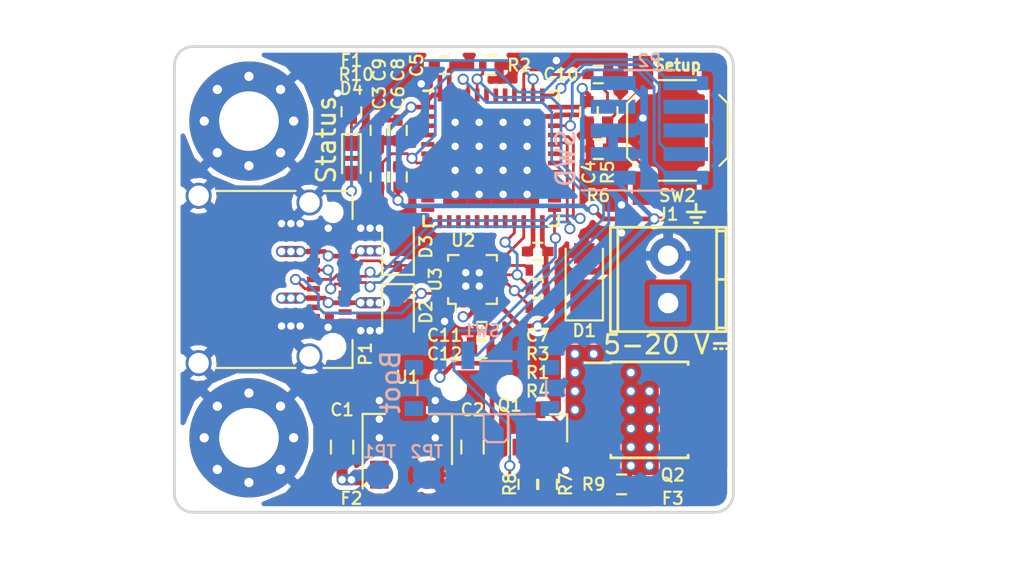
<source format=kicad_pcb>
(kicad_pcb (version 4) (host pcbnew 4.0.6)
  (title_block (title "PD Buddy Sink") (rev 0.3))
  (layers (0 F.Cu signal) (1 In1.Cu signal) (2 In2.Cu signal) (31 B.Cu signal) (34 B.Paste user) (35 F.Paste user) (36 B.SilkS user) (37 F.SilkS user) (38 B.Mask user) (39 F.Mask user) (44 Edge.Cuts user))
  (net 0 "")
  (net 1 VBUS)
  (net 2 GND)
  (net 3 +3V3)
  (net 4 /Microcontroller/nRST)
  (net 5 "/PD PHY/CC2")
  (net 6 "/PD PHY/CC1")
  (net 7 "Net-(P1-PadB8)")
  (net 8 "Net-(P1-PadB3)")
  (net 9 "Net-(P1-PadB10)")
  (net 10 "Net-(P1-PadB2)")
  (net 11 "Net-(P1-PadB11)")
  (net 12 "Net-(P1-PadA2)")
  (net 13 "Net-(P1-PadA3)")
  (net 14 "Net-(P1-PadA10)")
  (net 15 "Net-(P1-PadA8)")
  (net 16 "Net-(P1-PadA11)")
  (net 17 /Microcontroller/SWDIO)
  (net 18 /Microcontroller/SWCLK)
  (net 19 "Net-(P2-Pad6)")
  (net 20 "Net-(P2-Pad7)")
  (net 21 "Net-(P2-Pad8)")
  (net 22 "Net-(Q1-Pad1)")
  (net 23 /Microcontroller/INT_N)
  (net 24 /Microcontroller/SCL)
  (net 25 /Microcontroller/SDA)
  (net 26 "Net-(R5-Pad1)")
  (net 27 /Microcontroller/OUT_CTRL)
  (net 28 "Net-(U2-Pad2)")
  (net 29 "Net-(U2-Pad3)")
  (net 30 "Net-(U2-Pad4)")
  (net 31 "Net-(U2-Pad5)")
  (net 32 "Net-(U2-Pad6)")
  (net 33 "Net-(U2-Pad10)")
  (net 34 "Net-(U2-Pad11)")
  (net 35 "Net-(U2-Pad12)")
  (net 36 "Net-(U2-Pad13)")
  (net 37 "Net-(U2-Pad14)")
  (net 38 "Net-(U2-Pad15)")
  (net 39 "Net-(U2-Pad16)")
  (net 40 "Net-(U2-Pad17)")
  (net 41 "Net-(U2-Pad18)")
  (net 42 "Net-(U2-Pad19)")
  (net 43 "Net-(U2-Pad20)")
  (net 44 "Net-(U2-Pad26)")
  (net 45 "Net-(U2-Pad27)")
  (net 46 "Net-(U2-Pad28)")
  (net 47 "Net-(U2-Pad29)")
  (net 48 "Net-(U2-Pad30)")
  (net 49 "Net-(U2-Pad40)")
  (net 50 "Net-(U2-Pad46)")
  (net 51 VCONN)
  (net 52 "Net-(D4-Pad1)")
  (net 53 /Microcontroller/D+)
  (net 54 /Microcontroller/D-)
  (net 55 /Microcontroller/SETUP)
  (net 56 "Net-(U2-Pad31)")
  (net 57 "Net-(U2-Pad41)")
  (net 58 "Net-(U2-Pad42)")
  (net 59 "Net-(U2-Pad43)")
  (net 60 "Net-(Q1-Pad3)")
  (net 61 /Output/OUT)
  (net 62 /Microcontroller/BOOT)
  (net 63 /Microcontroller/STATUS)
  (module Fiducials:Fiducial_1mm_Dia_2.54mm_Outer_CopperTop (layer F.Cu) (at 110.25 81.25)
    (fp_text reference F3 (at -2 0.5) (layer F.SilkS) (effects (font (size 0.65 0.65) (thickness 0.12))))
    (fp_text value Fiducial_1mm_Dia_2.54mm_Outer_CopperTop)
    (pad ~ smd circle (at 0 0) (size 1 1) (layers F.Cu F.Mask) (clearance 0.77))
  )
  (module Fiducials:Fiducial_1mm_Dia_2.54mm_Outer_CopperTop (layer F.Cu) (at 89 81.25)
    (fp_text reference F2 (at 2 0.5) (layer F.SilkS) (effects (font (size 0.65 0.65) (thickness 0.12))))
    (fp_text value Fiducial_1mm_Dia_2.54mm_Outer_CopperTop)
    (pad ~ smd circle (at 0 0) (size 1 1) (layers F.Cu F.Mask) (clearance 0.77))
  )
  (module Housings_DFN_QFN:QFN-48-1EP_7x7mm_Pitch0.5mm (layer F.Cu) (at 98.5 63.5)
    (fp_text reference U2 (at -1.5 4.4) (layer F.SilkS) (effects (font (size 0.65 0.65) (thickness 0.12))))
    (fp_text value STM32F072C8Ux)
    (pad 1 smd rect (at -3.4 -2.75) (size 0.7 0.25) (layers F.Cu F.Paste F.Mask) (net 3 +3V3))
    (pad 2 smd rect (at -3.4 -2.25) (size 0.7 0.25) (layers F.Cu F.Paste F.Mask) (net 28 "Net-(U2-Pad2)"))
    (pad 3 smd rect (at -3.4 -1.75) (size 0.7 0.25) (layers F.Cu F.Paste F.Mask) (net 29 "Net-(U2-Pad3)"))
    (pad 4 smd rect (at -3.4 -1.25) (size 0.7 0.25) (layers F.Cu F.Paste F.Mask) (net 30 "Net-(U2-Pad4)"))
    (pad 5 smd rect (at -3.4 -0.75) (size 0.7 0.25) (layers F.Cu F.Paste F.Mask) (net 31 "Net-(U2-Pad5)"))
    (pad 6 smd rect (at -3.4 -0.25) (size 0.7 0.25) (layers F.Cu F.Paste F.Mask) (net 32 "Net-(U2-Pad6)"))
    (pad 7 smd rect (at -3.4 0.25) (size 0.7 0.25) (layers F.Cu F.Paste F.Mask) (net 4 /Microcontroller/nRST))
    (pad 8 smd rect (at -3.4 0.75) (size 0.7 0.25) (layers F.Cu F.Paste F.Mask) (net 2 GND))
    (pad 9 smd rect (at -3.4 1.25) (size 0.7 0.25) (layers F.Cu F.Paste F.Mask) (net 3 +3V3))
    (pad 10 smd rect (at -3.4 1.75) (size 0.7 0.25) (layers F.Cu F.Paste F.Mask) (net 33 "Net-(U2-Pad10)"))
    (pad 11 smd rect (at -3.4 2.25) (size 0.7 0.25) (layers F.Cu F.Paste F.Mask) (net 34 "Net-(U2-Pad11)"))
    (pad 12 smd rect (at -3.4 2.75) (size 0.7 0.25) (layers F.Cu F.Paste F.Mask) (net 35 "Net-(U2-Pad12)"))
    (pad 13 smd rect (at -2.75 3.4 90) (size 0.7 0.25) (layers F.Cu F.Paste F.Mask) (net 36 "Net-(U2-Pad13)"))
    (pad 14 smd rect (at -2.25 3.4 90) (size 0.7 0.25) (layers F.Cu F.Paste F.Mask) (net 37 "Net-(U2-Pad14)"))
    (pad 15 smd rect (at -1.75 3.4 90) (size 0.7 0.25) (layers F.Cu F.Paste F.Mask) (net 38 "Net-(U2-Pad15)"))
    (pad 16 smd rect (at -1.25 3.4 90) (size 0.7 0.25) (layers F.Cu F.Paste F.Mask) (net 39 "Net-(U2-Pad16)"))
    (pad 17 smd rect (at -0.75 3.4 90) (size 0.7 0.25) (layers F.Cu F.Paste F.Mask) (net 40 "Net-(U2-Pad17)"))
    (pad 18 smd rect (at -0.25 3.4 90) (size 0.7 0.25) (layers F.Cu F.Paste F.Mask) (net 41 "Net-(U2-Pad18)"))
    (pad 19 smd rect (at 0.25 3.4 90) (size 0.7 0.25) (layers F.Cu F.Paste F.Mask) (net 42 "Net-(U2-Pad19)"))
    (pad 20 smd rect (at 0.75 3.4 90) (size 0.7 0.25) (layers F.Cu F.Paste F.Mask) (net 43 "Net-(U2-Pad20)"))
    (pad 21 smd rect (at 1.25 3.4 90) (size 0.7 0.25) (layers F.Cu F.Paste F.Mask) (net 24 /Microcontroller/SCL))
    (pad 22 smd rect (at 1.75 3.4 90) (size 0.7 0.25) (layers F.Cu F.Paste F.Mask) (net 25 /Microcontroller/SDA))
    (pad 23 smd rect (at 2.25 3.4 90) (size 0.7 0.25) (layers F.Cu F.Paste F.Mask) (net 2 GND))
    (pad 24 smd rect (at 2.75 3.4 90) (size 0.7 0.25) (layers F.Cu F.Paste F.Mask) (net 3 +3V3))
    (pad 25 smd rect (at 3.4 2.75) (size 0.7 0.25) (layers F.Cu F.Paste F.Mask) (net 23 /Microcontroller/INT_N))
    (pad 26 smd rect (at 3.4 2.25) (size 0.7 0.25) (layers F.Cu F.Paste F.Mask) (net 44 "Net-(U2-Pad26)"))
    (pad 27 smd rect (at 3.4 1.75) (size 0.7 0.25) (layers F.Cu F.Paste F.Mask) (net 45 "Net-(U2-Pad27)"))
    (pad 28 smd rect (at 3.4 1.25) (size 0.7 0.25) (layers F.Cu F.Paste F.Mask) (net 46 "Net-(U2-Pad28)"))
    (pad 29 smd rect (at 3.4 0.75) (size 0.7 0.25) (layers F.Cu F.Paste F.Mask) (net 47 "Net-(U2-Pad29)"))
    (pad 30 smd rect (at 3.4 0.25) (size 0.7 0.25) (layers F.Cu F.Paste F.Mask) (net 48 "Net-(U2-Pad30)"))
    (pad 31 smd rect (at 3.4 -0.25) (size 0.7 0.25) (layers F.Cu F.Paste F.Mask) (net 56 "Net-(U2-Pad31)"))
    (pad 32 smd rect (at 3.4 -0.75) (size 0.7 0.25) (layers F.Cu F.Paste F.Mask) (net 54 /Microcontroller/D-))
    (pad 33 smd rect (at 3.4 -1.25) (size 0.7 0.25) (layers F.Cu F.Paste F.Mask) (net 53 /Microcontroller/D+))
    (pad 34 smd rect (at 3.4 -1.75) (size 0.7 0.25) (layers F.Cu F.Paste F.Mask) (net 17 /Microcontroller/SWDIO))
    (pad 35 smd rect (at 3.4 -2.25) (size 0.7 0.25) (layers F.Cu F.Paste F.Mask) (net 2 GND))
    (pad 36 smd rect (at 3.4 -2.75) (size 0.7 0.25) (layers F.Cu F.Paste F.Mask) (net 3 +3V3))
    (pad 37 smd rect (at 2.75 -3.4 90) (size 0.7 0.25) (layers F.Cu F.Paste F.Mask) (net 18 /Microcontroller/SWCLK))
    (pad 38 smd rect (at 2.25 -3.4 90) (size 0.7 0.25) (layers F.Cu F.Paste F.Mask) (net 63 /Microcontroller/STATUS))
    (pad 39 smd rect (at 1.75 -3.4 90) (size 0.7 0.25) (layers F.Cu F.Paste F.Mask) (net 55 /Microcontroller/SETUP))
    (pad 40 smd rect (at 1.25 -3.4 90) (size 0.7 0.25) (layers F.Cu F.Paste F.Mask) (net 49 "Net-(U2-Pad40)"))
    (pad 41 smd rect (at 0.75 -3.4 90) (size 0.7 0.25) (layers F.Cu F.Paste F.Mask) (net 57 "Net-(U2-Pad41)"))
    (pad 42 smd rect (at 0.25 -3.4 90) (size 0.7 0.25) (layers F.Cu F.Paste F.Mask) (net 58 "Net-(U2-Pad42)"))
    (pad 43 smd rect (at -0.25 -3.4 90) (size 0.7 0.25) (layers F.Cu F.Paste F.Mask) (net 59 "Net-(U2-Pad43)"))
    (pad 44 smd rect (at -0.75 -3.4 90) (size 0.7 0.25) (layers F.Cu F.Paste F.Mask) (net 62 /Microcontroller/BOOT))
    (pad 45 smd rect (at -1.25 -3.4 90) (size 0.7 0.25) (layers F.Cu F.Paste F.Mask) (net 27 /Microcontroller/OUT_CTRL))
    (pad 46 smd rect (at -1.75 -3.4 90) (size 0.7 0.25) (layers F.Cu F.Paste F.Mask) (net 50 "Net-(U2-Pad46)"))
    (pad 47 smd rect (at -2.25 -3.4 90) (size 0.7 0.25) (layers F.Cu F.Paste F.Mask) (net 2 GND))
    (pad 48 smd rect (at -2.75 -3.4 90) (size 0.7 0.25) (layers F.Cu F.Paste F.Mask) (net 3 +3V3))
    (pad 49 smd rect (at 1.93125 1.93125) (size 1.2875 1.2875) (layers F.Cu F.Paste F.Mask) (net 2 GND))
    (pad 49 smd rect (at 1.93125 0.64375) (size 1.2875 1.2875) (layers F.Cu F.Paste F.Mask) (net 2 GND))
    (pad 49 smd rect (at 1.93125 -0.64375) (size 1.2875 1.2875) (layers F.Cu F.Paste F.Mask) (net 2 GND))
    (pad 49 smd rect (at 1.93125 -1.93125) (size 1.2875 1.2875) (layers F.Cu F.Paste F.Mask) (net 2 GND))
    (pad 49 smd rect (at 0.64375 1.93125) (size 1.2875 1.2875) (layers F.Cu F.Paste F.Mask) (net 2 GND))
    (pad 49 smd rect (at 0.64375 0.64375) (size 1.2875 1.2875) (layers F.Cu F.Paste F.Mask) (net 2 GND))
    (pad 49 smd rect (at 0.64375 -0.64375) (size 1.2875 1.2875) (layers F.Cu F.Paste F.Mask) (net 2 GND))
    (pad 49 smd rect (at 0.64375 -1.93125) (size 1.2875 1.2875) (layers F.Cu F.Paste F.Mask) (net 2 GND))
    (pad 49 smd rect (at -0.64375 1.93125) (size 1.2875 1.2875) (layers F.Cu F.Paste F.Mask) (net 2 GND))
    (pad 49 smd rect (at -0.64375 0.64375) (size 1.2875 1.2875) (layers F.Cu F.Paste F.Mask) (net 2 GND))
    (pad 49 smd rect (at -0.64375 -0.64375) (size 1.2875 1.2875) (layers F.Cu F.Paste F.Mask) (net 2 GND))
    (pad 49 smd rect (at -0.64375 -1.93125) (size 1.2875 1.2875) (layers F.Cu F.Paste F.Mask) (net 2 GND))
    (pad 49 smd rect (at -1.93125 1.93125) (size 1.2875 1.2875) (layers F.Cu F.Paste F.Mask) (net 2 GND))
    (pad 49 smd rect (at -1.93125 0.64375) (size 1.2875 1.2875) (layers F.Cu F.Paste F.Mask) (net 2 GND))
    (pad 49 smd rect (at -1.93125 -0.64375) (size 1.2875 1.2875) (layers F.Cu F.Paste F.Mask) (net 2 GND))
    (pad 49 smd rect (at -1.93125 -1.93125) (size 1.2875 1.2875) (layers F.Cu F.Paste F.Mask) (net 2 GND))
  )
  (module Connectors_Terminal_Blocks:TerminalBlock_Pheonix_MPT-2.54mm_2pol (layer F.Cu) (at 108 71.27 90)
    (fp_text reference J1 (at 4.77 0 180) (layer F.SilkS) (effects (font (size 0.65 0.65) (thickness 0.12))))
    (fp_text value "5-20 V⎓" (at -2.23 0 180) (layer F.SilkS))
    (pad 2 thru_hole oval (at 2.54 0 90) (size 1.99898 1.99898) (drill 1.09728) (layers *.Cu *.Mask) (net 2 GND))
    (pad 1 thru_hole rect (at 0 0 90) (size 1.99898 1.99898) (drill 1.09728) (layers *.Cu *.Mask) (net 61 /Output/OUT))
  )
  (module Housings_SOIC:SOIC-8_3.9x4.9mm_Pitch1.27mm (layer F.Cu) (at 107 77)
    (fp_text reference Q2 (at 1.25 3.5) (layer F.SilkS) (effects (font (size 0.65 0.65) (thickness 0.12))))
    (fp_text value DMP4015SSS)
    (pad 1 smd rect (at -2.7 -1.905) (size 1.55 0.6) (layers F.Cu F.Paste F.Mask) (net 1 VBUS))
    (pad 2 smd rect (at -2.7 -0.635) (size 1.55 0.6) (layers F.Cu F.Paste F.Mask) (net 1 VBUS))
    (pad 3 smd rect (at -2.7 0.635) (size 1.55 0.6) (layers F.Cu F.Paste F.Mask) (net 1 VBUS))
    (pad 4 smd rect (at -2.7 1.905) (size 1.55 0.6) (layers F.Cu F.Paste F.Mask) (net 60 "Net-(Q1-Pad3)"))
    (pad 5 smd rect (at 2.7 1.905) (size 1.55 0.6) (layers F.Cu F.Paste F.Mask) (net 61 /Output/OUT))
    (pad 6 smd rect (at 2.7 0.635) (size 1.55 0.6) (layers F.Cu F.Paste F.Mask) (net 61 /Output/OUT))
    (pad 7 smd rect (at 2.7 -0.635) (size 1.55 0.6) (layers F.Cu F.Paste F.Mask) (net 61 /Output/OUT))
    (pad 8 smd rect (at 2.7 -1.905) (size 1.55 0.6) (layers F.Cu F.Paste F.Mask) (net 61 /Output/OUT))
  )
  (module TO_SOT_Packages_SMD:SOT-23 (layer F.Cu) (at 101 78 90)
    (fp_text reference Q1 (at 1.25 -1.5 180) (layer F.SilkS) (effects (font (size 0.65 0.65) (thickness 0.12))))
    (fp_text value MMBT2222ALT1G)
    (pad 1 smd rect (at -1 -0.95 90) (size 0.9 0.8) (layers F.Cu F.Paste F.Mask) (net 22 "Net-(Q1-Pad1)"))
    (pad 2 smd rect (at -1 0.95 90) (size 0.9 0.8) (layers F.Cu F.Paste F.Mask) (net 2 GND))
    (pad 3 smd rect (at 1 0 90) (size 0.9 0.8) (layers F.Cu F.Paste F.Mask) (net 60 "Net-(Q1-Pad3)"))
  )
  (module Diodes_SMD:D_SOD-323 (layer F.Cu) (at 93.5 71.75 270)
    (fp_text reference D2 (at 0 -1.5 270) (layer F.SilkS) (effects (font (size 0.65 0.65) (thickness 0.12))))
    (fp_text value CZRF52C5V6)
    (pad 1 smd rect (at -1.05 0 270) (size 0.6 0.45) (layers F.Cu F.Paste F.Mask) (net 5 "/PD PHY/CC2"))
    (pad 2 smd rect (at 1.05 0 270) (size 0.6 0.45) (layers F.Cu F.Paste F.Mask) (net 2 GND))
  )
  (module Diodes_SMD:D_SOD-323 (layer F.Cu) (at 93.5 68.25 90)
    (fp_text reference D3 (at 0 1.5 90) (layer F.SilkS) (effects (font (size 0.65 0.65) (thickness 0.12))))
    (fp_text value CZRF52C5V6)
    (pad 1 smd rect (at -1.05 0 90) (size 0.6 0.45) (layers F.Cu F.Paste F.Mask) (net 6 "/PD PHY/CC1"))
    (pad 2 smd rect (at 1.05 0 90) (size 0.6 0.45) (layers F.Cu F.Paste F.Mask) (net 2 GND))
  )
  (module TO_SOT_Packages_SMD:SOT89-3_Housing (layer F.Cu) (at 94 79 90)
    (fp_text reference U1 (at 3.75 0 180) (layer F.SilkS) (effects (font (size 0.65 0.65) (thickness 0.12))))
    (fp_text value AP2204R-3.3TRG1)
    (pad 1 smd rect (at -1.48 -1.5) (size 1 1.5) (layers F.Cu F.Paste F.Mask) (net 1 VBUS))
    (pad 2 smd rect (at -1.48 0) (size 1 1.5) (layers F.Cu F.Paste F.Mask) (net 2 GND))
    (pad 3 smd rect (at -1.48 1.5) (size 1 1.5) (layers F.Cu F.Paste F.Mask) (net 3 +3V3))
    (pad 2 smd rect (at 1.48 0) (size 2 3) (layers F.Cu F.Paste F.Mask) (net 2 GND))
    (pad 2 smd trapezoid (at -0.37 0 180) (size 1.5 0.75) (rect_delta 0 0.5) (layers F.Cu F.Paste F.Mask) (net 2 GND))
  )
  (module Buttons_Switches_SMD:SW_SPST_SKQG (layer F.Cu) (at 108.5 62 270)
    (fp_text reference SW2 (at 3.5 0 360) (layer F.SilkS) (effects (font (size 0.65 0.65) (thickness 0.12))))
    (fp_text value Setup (at -3.5 0 360) (layer F.SilkS) (effects (font (size 0.6 0.6))))
    (pad 1 smd rect (at -3.1 -1.85 270) (size 1.8 1.1) (layers F.Cu F.Paste F.Mask) (net 3 +3V3))
    (pad 1 smd rect (at 3.1 -1.85 270) (size 1.8 1.1) (layers F.Cu F.Paste F.Mask) (net 3 +3V3))
    (pad 2 smd rect (at -3.1 1.85 270) (size 1.8 1.1) (layers F.Cu F.Paste F.Mask) (net 26 "Net-(R5-Pad1)"))
    (pad 2 smd rect (at 3.1 1.85 270) (size 1.8 1.1) (layers F.Cu F.Paste F.Mask) (net 26 "Net-(R5-Pad1)"))
  )
  (module Diodes_SMD:D_SOD-123F (layer F.Cu) (at 103.5 70 90)
    (fp_text reference D1 (at -2.75 0 180) (layer F.SilkS) (effects (font (size 0.65 0.65) (thickness 0.12))))
    (fp_text value SS14FL)
    (pad 1 smd rect (at -1.4 0 90) (size 1.1 1.1) (layers F.Cu F.Paste F.Mask) (net 61 /Output/OUT))
    (pad 2 smd rect (at 1.4 0 90) (size 1.1 1.1) (layers F.Cu F.Paste F.Mask) (net 2 GND))
  )
  (module pd-buddy:MLP-14 (layer F.Cu) (at 97.5 70 90)
    (fp_text reference U3 (at 0 -2 90) (layer F.SilkS) (effects (font (size 0.65 0.65) (thickness 0.12))))
    (fp_text value FUSB302B)
    (pad 2 smd rect (at -1.215 0 90) (size 0.58 0.3) (layers F.Cu F.Paste F.Mask) (net 1 VBUS))
    (pad 1 smd rect (at -1.215 -0.5 90) (size 0.58 0.3) (layers F.Cu F.Paste F.Mask) (net 5 "/PD PHY/CC2"))
    (pad 3 smd rect (at -1.215 0.5 90) (size 0.58 0.3) (layers F.Cu F.Paste F.Mask) (net 3 +3V3))
    (pad 8 smd rect (at 1.215 0.5 90) (size 0.58 0.3) (layers F.Cu F.Paste F.Mask) (net 2 GND))
    (pad 10 smd rect (at 1.215 -0.5 90) (size 0.58 0.3) (layers F.Cu F.Paste F.Mask) (net 6 "/PD PHY/CC1"))
    (pad 9 smd rect (at 1.215 0 90) (size 0.58 0.3) (layers F.Cu F.Paste F.Mask) (net 2 GND))
    (pad 4 smd rect (at -0.75 1.215 90) (size 0.3 0.58) (layers F.Cu F.Paste F.Mask) (net 3 +3V3))
    (pad 5 smd rect (at -0.25 1.215 90) (size 0.3 0.58) (layers F.Cu F.Paste F.Mask) (net 23 /Microcontroller/INT_N))
    (pad 6 smd rect (at 0.25 1.215 90) (size 0.3 0.58) (layers F.Cu F.Paste F.Mask) (net 24 /Microcontroller/SCL))
    (pad 7 smd rect (at 0.75 1.215 90) (size 0.3 0.58) (layers F.Cu F.Paste F.Mask) (net 25 /Microcontroller/SDA))
    (pad 11 smd rect (at 0.75 -1.215 90) (size 0.3 0.58) (layers F.Cu F.Paste F.Mask) (net 6 "/PD PHY/CC1"))
    (pad 12 smd rect (at 0.25 -1.215 90) (size 0.3 0.58) (layers F.Cu F.Paste F.Mask) (net 51 VCONN))
    (pad 13 smd rect (at -0.25 -1.215 90) (size 0.3 0.58) (layers F.Cu F.Paste F.Mask) (net 51 VCONN))
    (pad 14 smd rect (at -0.75 -1.215 90) (size 0.3 0.58) (layers F.Cu F.Paste F.Mask) (net 5 "/PD PHY/CC2"))
    (pad 15 smd rect (at -0.3625 0.3625 90) (size 0.725 0.725) (layers F.Cu F.Paste F.Mask) (net 2 GND))
    (pad 15 smd rect (at 0.3625 0.3625 90) (size 0.725 0.725) (layers F.Cu F.Paste F.Mask) (net 2 GND))
    (pad 15 smd rect (at -0.3625 -0.3625 90) (size 0.725 0.725) (layers F.Cu F.Paste F.Mask) (net 2 GND))
    (pad 15 smd rect (at 0.3625 -0.3625 90) (size 0.725 0.725) (layers F.Cu F.Paste F.Mask) (net 2 GND))
  )
  (module pd-buddy:Pin_Header_Straight_2x05_Pitch1.27mm_SMD_NOPASTE (layer B.Cu) (at 107 62)
    (fp_text reference P2 (at 0 -3.75) (layer B.SilkS) (effects (font (size 0.65 0.65) (thickness 0.12)) (justify mirror)))
    (fp_text value SWD (at -4.5 1.5 270) (layer B.SilkS) (effects (justify mirror)))
    (pad 1 smd rect (at -1.95 2.54) (size 2.4 0.75) (layers B.Cu B.Mask) (net 3 +3V3))
    (pad 2 smd rect (at 1.95 2.54) (size 2.4 0.75) (layers B.Cu B.Mask) (net 17 /Microcontroller/SWDIO))
    (pad 3 smd rect (at -1.95 1.27) (size 2.4 0.75) (layers B.Cu B.Mask) (net 2 GND))
    (pad 4 smd rect (at 1.95 1.27) (size 2.4 0.75) (layers B.Cu B.Mask) (net 18 /Microcontroller/SWCLK))
    (pad 5 smd rect (at -1.95 0) (size 2.4 0.75) (layers B.Cu B.Mask) (net 2 GND))
    (pad 6 smd rect (at 1.95 0) (size 2.4 0.75) (layers B.Cu B.Mask) (net 19 "Net-(P2-Pad6)"))
    (pad 7 smd rect (at -1.95 -1.27) (size 2.4 0.75) (layers B.Cu B.Mask) (net 20 "Net-(P2-Pad7)"))
    (pad 8 smd rect (at 1.95 -1.27) (size 2.4 0.75) (layers B.Cu B.Mask) (net 21 "Net-(P2-Pad8)"))
    (pad 9 smd rect (at -1.95 -2.54) (size 2.4 0.75) (layers B.Cu B.Mask) (net 2 GND))
    (pad 10 smd rect (at 1.95 -2.54) (size 2.4 0.75) (layers B.Cu B.Mask) (net 4 /Microcontroller/nRST))
  )
  (module pd-buddy:SW_SPDT_PCM12_NOPASTE (layer B.Cu) (at 98 75.5 180)
    (fp_text reference SW1 (at 0 2.75 180) (layer B.SilkS) (effects (font (size 0.65 0.65) (thickness 0.12)) (justify mirror)))
    (fp_text value Boot (at 4.9 0 450) (layer B.SilkS) (effects (justify mirror)))
    (pad "" np_thru_hole circle (at -1.5 -0.33 180) (size 0.9 0.9) (drill 0.9) (layers *.Cu *.Mask))
    (pad "" np_thru_hole circle (at 1.5 -0.33 180) (size 0.9 0.9) (drill 0.9) (layers *.Cu *.Mask))
    (pad 1 smd rect (at -2.25 1.43 180) (size 0.7 1.5) (layers B.Cu B.Mask) (net 2 GND))
    (pad 2 smd rect (at 0.75 1.43 180) (size 0.7 1.5) (layers B.Cu B.Mask) (net 62 /Microcontroller/BOOT))
    (pad 3 smd rect (at 2.25 1.43 180) (size 0.7 1.5) (layers B.Cu B.Mask) (net 3 +3V3))
    (pad "" smd rect (at -3.65 -1.43 180) (size 1 0.8) (layers B.Cu B.Mask))
    (pad "" smd rect (at 3.65 -1.43 180) (size 1 0.8) (layers B.Cu B.Mask))
    (pad "" smd rect (at 3.65 0.78 180) (size 1 0.8) (layers B.Cu B.Mask))
    (pad "" smd rect (at -3.65 0.78 180) (size 1 0.8) (layers B.Cu B.Mask))
  )
  (module Capacitors_SMD:C_0603 (layer F.Cu) (at 90.5 79 90)
    (fp_text reference C1 (at 2 0 180) (layer F.SilkS) (effects (font (size 0.65 0.65) (thickness 0.12))))
    (fp_text value "1.0μF 25V")
    (pad 1 smd rect (at -0.75 0 90) (size 0.8 0.75) (layers F.Cu F.Paste F.Mask) (net 1 VBUS))
    (pad 2 smd rect (at 0.75 0 90) (size 0.8 0.75) (layers F.Cu F.Paste F.Mask) (net 2 GND))
  )
  (module Capacitors_SMD:C_0603 (layer F.Cu) (at 97.5 79 90)
    (fp_text reference C2 (at 2 0 180) (layer F.SilkS) (effects (font (size 0.65 0.65) (thickness 0.12))))
    (fp_text value 2.2μF)
    (pad 1 smd rect (at -0.75 0 90) (size 0.8 0.75) (layers F.Cu F.Paste F.Mask) (net 3 +3V3))
    (pad 2 smd rect (at 0.75 0 90) (size 0.8 0.75) (layers F.Cu F.Paste F.Mask) (net 2 GND))
  )
  (module Capacitors_SMD:C_0402 (layer F.Cu) (at 92.5 64.5 90)
    (fp_text reference C3 (at 4.25 0 90) (layer F.SilkS) (effects (font (size 0.65 0.65) (thickness 0.12))))
    (fp_text value 0.1μF)
    (pad 1 smd rect (at -0.55 0 90) (size 0.6 0.5) (layers F.Cu F.Paste F.Mask) (net 2 GND))
    (pad 2 smd rect (at 0.55 0 90) (size 0.6 0.5) (layers F.Cu F.Paste F.Mask) (net 4 /Microcontroller/nRST))
  )
  (module Capacitors_SMD:C_0402 (layer F.Cu) (at 103.75 61 270)
    (fp_text reference C4 (at 3.25 0 270) (layer F.SilkS) (effects (font (size 0.65 0.65) (thickness 0.12))))
    (fp_text value 0.1μF)
    (pad 1 smd rect (at -0.55 0 270) (size 0.6 0.5) (layers F.Cu F.Paste F.Mask) (net 3 +3V3))
    (pad 2 smd rect (at 0.55 0 270) (size 0.6 0.5) (layers F.Cu F.Paste F.Mask) (net 2 GND))
  )
  (module Capacitors_SMD:C_0402 (layer F.Cu) (at 96 58.5)
    (fp_text reference C5 (at -1.5 0 90) (layer F.SilkS) (effects (font (size 0.65 0.65) (thickness 0.12))))
    (fp_text value 0.1μF)
    (pad 1 smd rect (at -0.55 0) (size 0.6 0.5) (layers F.Cu F.Paste F.Mask) (net 3 +3V3))
    (pad 2 smd rect (at 0.55 0) (size 0.6 0.5) (layers F.Cu F.Paste F.Mask) (net 2 GND))
  )
  (module Capacitors_SMD:C_0402 (layer F.Cu) (at 93.5 64.5 90)
    (fp_text reference C6 (at 4.25 0 90) (layer F.SilkS) (effects (font (size 0.65 0.65) (thickness 0.12))))
    (fp_text value 0.1μF)
    (pad 1 smd rect (at -0.55 0 90) (size 0.6 0.5) (layers F.Cu F.Paste F.Mask) (net 3 +3V3))
    (pad 2 smd rect (at 0.55 0 90) (size 0.6 0.5) (layers F.Cu F.Paste F.Mask) (net 2 GND))
  )
  (module Capacitors_SMD:C_0402 (layer F.Cu) (at 101 68.5 180)
    (fp_text reference C7 (at 0 -4.5 180) (layer F.SilkS) (effects (font (size 0.65 0.65) (thickness 0.12))))
    (fp_text value 0.1μF)
    (pad 1 smd rect (at -0.55 0 180) (size 0.6 0.5) (layers F.Cu F.Paste F.Mask) (net 3 +3V3))
    (pad 2 smd rect (at 0.55 0 180) (size 0.6 0.5) (layers F.Cu F.Paste F.Mask) (net 2 GND))
  )
  (module Capacitors_SMD:C_0402 (layer F.Cu) (at 93.5 62 270)
    (fp_text reference C8 (at -3.25 0 270) (layer F.SilkS) (effects (font (size 0.65 0.65) (thickness 0.12))))
    (fp_text value 0.1μF)
    (pad 1 smd rect (at -0.55 0 270) (size 0.6 0.5) (layers F.Cu F.Paste F.Mask) (net 3 +3V3))
    (pad 2 smd rect (at 0.55 0 270) (size 0.6 0.5) (layers F.Cu F.Paste F.Mask) (net 2 GND))
  )
  (module Capacitors_SMD:C_0402 (layer F.Cu) (at 92.5 62 270)
    (fp_text reference C9 (at -3.25 0 270) (layer F.SilkS) (effects (font (size 0.65 0.65) (thickness 0.12))))
    (fp_text value 1μF)
    (pad 1 smd rect (at -0.55 0 270) (size 0.6 0.5) (layers F.Cu F.Paste F.Mask) (net 3 +3V3))
    (pad 2 smd rect (at 0.55 0 270) (size 0.6 0.5) (layers F.Cu F.Paste F.Mask) (net 2 GND))
  )
  (module Capacitors_SMD:C_0402 (layer F.Cu) (at 104.25 59)
    (fp_text reference C10 (at -2 0) (layer F.SilkS) (effects (font (size 0.65 0.65) (thickness 0.12))))
    (fp_text value 0.1μF)
    (pad 1 smd rect (at -0.55 0) (size 0.6 0.5) (layers F.Cu F.Paste F.Mask) (net 55 /Microcontroller/SETUP))
    (pad 2 smd rect (at 0.55 0) (size 0.6 0.5) (layers F.Cu F.Paste F.Mask) (net 2 GND))
  )
  (module Capacitors_SMD:C_0402 (layer F.Cu) (at 98 72.75 180)
    (fp_text reference C11 (at 2 -0.25 180) (layer F.SilkS) (effects (font (size 0.65 0.65) (thickness 0.12))))
    (fp_text value 0.1μF)
    (pad 1 smd rect (at -0.55 0 180) (size 0.6 0.5) (layers F.Cu F.Paste F.Mask) (net 3 +3V3))
    (pad 2 smd rect (at 0.55 0 180) (size 0.6 0.5) (layers F.Cu F.Paste F.Mask) (net 2 GND))
  )
  (module Capacitors_SMD:C_0402 (layer F.Cu) (at 98 73.75 180)
    (fp_text reference C12 (at 2 -0.25 180) (layer F.SilkS) (effects (font (size 0.65 0.65) (thickness 0.12))))
    (fp_text value 1μF)
    (pad 1 smd rect (at -0.55 0 180) (size 0.6 0.5) (layers F.Cu F.Paste F.Mask) (net 3 +3V3))
    (pad 2 smd rect (at 0.55 0 180) (size 0.6 0.5) (layers F.Cu F.Paste F.Mask) (net 2 GND))
  )
  (module LEDs:LED_0603 (layer F.Cu) (at 91 63.5 270)
    (fp_text reference D4 (at -3.75 0 360) (layer F.SilkS) (effects (font (size 0.65 0.65) (thickness 0.12))))
    (fp_text value Status (at -1 1.35 270) (layer F.SilkS))
    (pad 2 smd rect (at 0.8 0 90) (size 0.8 0.8) (layers F.Cu F.Paste F.Mask) (net 63 /Microcontroller/STATUS))
    (pad 1 smd rect (at -0.8 0 90) (size 0.8 0.8) (layers F.Cu F.Paste F.Mask) (net 52 "Net-(D4-Pad1)"))
  )
  (module Resistors_SMD:R_0402 (layer F.Cu) (at 101 70.5)
    (fp_text reference R1 (at 0 4.5) (layer F.SilkS) (effects (font (size 0.65 0.65) (thickness 0.12))))
    (fp_text value 2kΩ)
    (pad 1 smd rect (at -0.45 0) (size 0.4 0.6) (layers F.Cu F.Paste F.Mask) (net 24 /Microcontroller/SCL))
    (pad 2 smd rect (at 0.45 0) (size 0.4 0.6) (layers F.Cu F.Paste F.Mask) (net 3 +3V3))
  )
  (module Resistors_SMD:R_0402 (layer F.Cu) (at 98.5 58.5 180)
    (fp_text reference R2 (at -1.5 0 180) (layer F.SilkS) (effects (font (size 0.65 0.65) (thickness 0.12))))
    (fp_text value 10kΩ)
    (pad 1 smd rect (at -0.45 0 180) (size 0.4 0.6) (layers F.Cu F.Paste F.Mask) (net 2 GND))
    (pad 2 smd rect (at 0.45 0 180) (size 0.4 0.6) (layers F.Cu F.Paste F.Mask) (net 62 /Microcontroller/BOOT))
  )
  (module Resistors_SMD:R_0402 (layer F.Cu) (at 101 69.5)
    (fp_text reference R3 (at 0 4.5) (layer F.SilkS) (effects (font (size 0.65 0.65) (thickness 0.12))))
    (fp_text value 2kΩ)
    (pad 1 smd rect (at -0.45 0) (size 0.4 0.6) (layers F.Cu F.Paste F.Mask) (net 25 /Microcontroller/SDA))
    (pad 2 smd rect (at 0.45 0) (size 0.4 0.6) (layers F.Cu F.Paste F.Mask) (net 3 +3V3))
  )
  (module Resistors_SMD:R_0402 (layer F.Cu) (at 101 71.5)
    (fp_text reference R4 (at 0 4.5) (layer F.SilkS) (effects (font (size 0.65 0.65) (thickness 0.12))))
    (fp_text value 2kΩ)
    (pad 1 smd rect (at -0.45 0) (size 0.4 0.6) (layers F.Cu F.Paste F.Mask) (net 23 /Microcontroller/INT_N))
    (pad 2 smd rect (at 0.45 0) (size 0.4 0.6) (layers F.Cu F.Paste F.Mask) (net 3 +3V3))
  )
  (module Resistors_SMD:R_0402 (layer F.Cu) (at 104.75 61 90)
    (fp_text reference R5 (at -3.25 0 90) (layer F.SilkS) (effects (font (size 0.65 0.65) (thickness 0.12))))
    (fp_text value 10kΩ)
    (pad 1 smd rect (at -0.45 0 90) (size 0.4 0.6) (layers F.Cu F.Paste F.Mask) (net 26 "Net-(R5-Pad1)"))
    (pad 2 smd rect (at 0.45 0 90) (size 0.4 0.6) (layers F.Cu F.Paste F.Mask) (net 55 /Microcontroller/SETUP))
  )
  (module Resistors_SMD:R_0402 (layer F.Cu) (at 104.25 63 180)
    (fp_text reference R6 (at 0 -2.5 180) (layer F.SilkS) (effects (font (size 0.65 0.65) (thickness 0.12))))
    (fp_text value 10kΩ)
    (pad 1 smd rect (at -0.45 0 180) (size 0.4 0.6) (layers F.Cu F.Paste F.Mask) (net 26 "Net-(R5-Pad1)"))
    (pad 2 smd rect (at 0.45 0 180) (size 0.4 0.6) (layers F.Cu F.Paste F.Mask) (net 2 GND))
  )
  (module Resistors_SMD:R_0402 (layer F.Cu) (at 101.5 81 90)
    (fp_text reference R7 (at 0 1 90) (layer F.SilkS) (effects (font (size 0.65 0.65) (thickness 0.12))))
    (fp_text value 10kΩ)
    (pad 1 smd rect (at -0.45 0 90) (size 0.4 0.6) (layers F.Cu F.Paste F.Mask) (net 27 /Microcontroller/OUT_CTRL))
    (pad 2 smd rect (at 0.45 0 90) (size 0.4 0.6) (layers F.Cu F.Paste F.Mask) (net 2 GND))
  )
  (module Resistors_SMD:R_0402 (layer F.Cu) (at 100.5 81 90)
    (fp_text reference R8 (at 0 -1 90) (layer F.SilkS) (effects (font (size 0.65 0.65) (thickness 0.12))))
    (fp_text value 2kΩ)
    (pad 1 smd rect (at -0.45 0 90) (size 0.4 0.6) (layers F.Cu F.Paste F.Mask) (net 27 /Microcontroller/OUT_CTRL))
    (pad 2 smd rect (at 0.45 0 90) (size 0.4 0.6) (layers F.Cu F.Paste F.Mask) (net 22 "Net-(Q1-Pad1)"))
  )
  (module Resistors_SMD:R_0402 (layer F.Cu) (at 91 61 90)
    (fp_text reference R10 (at 2 0.25 180) (layer F.SilkS) (effects (font (size 0.65 0.65) (thickness 0.12))))
    (fp_text value 300Ω)
    (pad 1 smd rect (at -0.45 0 90) (size 0.4 0.6) (layers F.Cu F.Paste F.Mask) (net 52 "Net-(D4-Pad1)"))
    (pad 2 smd rect (at 0.45 0 90) (size 0.4 0.6) (layers F.Cu F.Paste F.Mask) (net 2 GND))
  )
  (module Mounting_Holes:MountingHole_3.2mm_M3_Pad_Via (layer F.Cu) (at 85.5 78.5 90)
    (fp_text reference MK1)
    (fp_text value M3)
    (pad 1 thru_hole circle (at 0 0 90) (size 6.4 6.4) (drill 3.2) (layers *.Cu *.Mask) (net 2 GND))
    (pad "" thru_hole circle (at 2.4 0 90) (size 0.6 0.6) (drill 0.5) (layers *.Cu *.Mask))
    (pad "" thru_hole circle (at 1.697056 1.697056 90) (size 0.6 0.6) (drill 0.5) (layers *.Cu *.Mask))
    (pad "" thru_hole circle (at 0 2.4 90) (size 0.6 0.6) (drill 0.5) (layers *.Cu *.Mask))
    (pad "" thru_hole circle (at -1.697056 1.697056 90) (size 0.6 0.6) (drill 0.5) (layers *.Cu *.Mask))
    (pad "" thru_hole circle (at -2.4 0 90) (size 0.6 0.6) (drill 0.5) (layers *.Cu *.Mask))
    (pad "" thru_hole circle (at -1.697056 -1.697056 90) (size 0.6 0.6) (drill 0.5) (layers *.Cu *.Mask))
    (pad "" thru_hole circle (at 0 -2.4 90) (size 0.6 0.6) (drill 0.5) (layers *.Cu *.Mask))
    (pad "" thru_hole circle (at 1.697056 -1.697056 90) (size 0.6 0.6) (drill 0.5) (layers *.Cu *.Mask))
  )
  (module Mounting_Holes:MountingHole_3.2mm_M3_Pad_Via (layer F.Cu) (at 85.5 61.5 90)
    (fp_text reference MK2)
    (fp_text value M3)
    (pad 1 thru_hole circle (at 0 0 90) (size 6.4 6.4) (drill 3.2) (layers *.Cu *.Mask) (net 2 GND))
    (pad "" thru_hole circle (at 2.4 0 90) (size 0.6 0.6) (drill 0.5) (layers *.Cu *.Mask))
    (pad "" thru_hole circle (at 1.697056 1.697056 90) (size 0.6 0.6) (drill 0.5) (layers *.Cu *.Mask))
    (pad "" thru_hole circle (at 0 2.4 90) (size 0.6 0.6) (drill 0.5) (layers *.Cu *.Mask))
    (pad "" thru_hole circle (at -1.697056 1.697056 90) (size 0.6 0.6) (drill 0.5) (layers *.Cu *.Mask))
    (pad "" thru_hole circle (at -2.4 0 90) (size 0.6 0.6) (drill 0.5) (layers *.Cu *.Mask))
    (pad "" thru_hole circle (at -1.697056 -1.697056 90) (size 0.6 0.6) (drill 0.5) (layers *.Cu *.Mask))
    (pad "" thru_hole circle (at 0 -2.4 90) (size 0.6 0.6) (drill 0.5) (layers *.Cu *.Mask))
    (pad "" thru_hole circle (at 1.697056 -1.697056 90) (size 0.6 0.6) (drill 0.5) (layers *.Cu *.Mask))
  )
  (module Resistors_SMD:R_0402 (layer F.Cu) (at 105.5 81 180)
    (fp_text reference R9 (at 1.5 0 180) (layer F.SilkS) (effects (font (size 0.65 0.65) (thickness 0.12))))
    (fp_text value 100kΩ)
    (pad 1 smd rect (at -0.45 0 180) (size 0.4 0.6) (layers F.Cu F.Paste F.Mask) (net 1 VBUS))
    (pad 2 smd rect (at 0.45 0 180) (size 0.4 0.6) (layers F.Cu F.Paste F.Mask) (net 60 "Net-(Q1-Pad3)"))
  )
  (module Measurement_Points:Measurement_Point_Round-SMD-Pad_Small (layer B.Cu) (at 92.5 80.5)
    (fp_text reference TP1 (at 0 -1.25) (layer B.SilkS) (effects (font (size 0.65 0.65) (thickness 0.12)) (justify mirror)))
    (fp_text value VBUS)
    (pad 1 smd circle (at 0 0) (size 1.5 1.5) (layers B.Cu B.Mask) (net 1 VBUS))
  )
  (module Measurement_Points:Measurement_Point_Round-SMD-Pad_Small (layer B.Cu) (at 95.04 80.5)
    (fp_text reference TP2 (at 0 -1.25) (layer B.SilkS) (effects (font (size 0.65 0.65) (thickness 0.12)) (justify mirror)))
    (fp_text value GND)
    (pad 1 smd circle (at 0 0) (size 1.5 1.5) (layers B.Cu B.Mask) (net 2 GND))
  )
  (module pd-buddy:Amphenol-12401610E4#2A (layer F.Cu) (at 90 70 270)
    (fp_text reference P1 (at 4 -1.75 270) (layer F.SilkS) (effects (font (size 0.65 0.65) (thickness 0.12))))
    (fp_text value 12401610E4#2A)
    (pad SH thru_hole circle (at -4.13 1.25 270) (size 1.4 1.4) (drill 1.1) (layers *.Cu *.Mask) (net 2 GND))
    (pad A1 smd rect (at -2.75 -0.66 270) (size 0.3 0.7) (layers F.Cu F.Paste F.Mask) (net 2 GND))
    (pad A2 smd rect (at -2.25 -0.66 270) (size 0.3 0.7) (layers F.Cu F.Paste F.Mask) (net 12 "Net-(P1-PadA2)"))
    (pad A3 smd rect (at -1.75 -0.66 270) (size 0.3 0.7) (layers F.Cu F.Paste F.Mask) (net 13 "Net-(P1-PadA3)"))
    (pad A4 smd rect (at -1.25 -0.66 270) (size 0.3 0.7) (layers F.Cu F.Paste F.Mask) (net 1 VBUS))
    (pad A5 smd rect (at -0.75 -0.66 270) (size 0.3 0.7) (layers F.Cu F.Paste F.Mask) (net 6 "/PD PHY/CC1"))
    (pad A6 smd rect (at -0.25 -0.66 270) (size 0.3 0.7) (layers F.Cu F.Paste F.Mask) (net 53 /Microcontroller/D+))
    (pad A7 smd rect (at 0.25 -0.66 270) (size 0.3 0.7) (layers F.Cu F.Paste F.Mask) (net 54 /Microcontroller/D-))
    (pad A12 smd rect (at 2.75 -0.66 270) (size 0.3 0.7) (layers F.Cu F.Paste F.Mask) (net 2 GND))
    (pad A10 smd rect (at 1.75 -0.66 270) (size 0.3 0.7) (layers F.Cu F.Paste F.Mask) (net 14 "Net-(P1-PadA10)"))
    (pad A9 smd rect (at 1.25 -0.66 270) (size 0.3 0.7) (layers F.Cu F.Paste F.Mask) (net 1 VBUS))
    (pad A8 smd rect (at 0.75 -0.66 270) (size 0.3 0.7) (layers F.Cu F.Paste F.Mask) (net 15 "Net-(P1-PadA8)"))
    (pad A11 smd rect (at 2.25 -0.66 270) (size 0.3 0.7) (layers F.Cu F.Paste F.Mask) (net 16 "Net-(P1-PadA11)"))
    (pad B1 smd rect (at 2.5 1.04 270) (size 0.3 0.7) (layers F.Cu F.Paste F.Mask) (net 2 GND))
    (pad SH thru_hole circle (at 4.13 1.25 270) (size 1.4 1.4) (drill 1.1) (layers *.Cu *.Mask) (net 2 GND))
    (pad SH thru_hole circle (at 4.49 7.2 270) (size 1.4 1.4) (drill 1.1) (layers *.Cu *.Mask) (net 2 GND))
    (pad SH thru_hole circle (at -4.49 7.2 270) (size 1.4 1.4) (drill 1.1) (layers *.Cu *.Mask) (net 2 GND))
    (pad "" np_thru_hole circle (at 3.6 0 270) (size 0.95 0.95) (drill 0.95) (layers *.Cu *.Mask))
    (pad "" np_thru_hole circle (at -3.6 0 270) (size 0.65 0.65) (drill 0.65) (layers *.Cu *.Mask))
    (pad B2 smd rect (at 2 1.04 270) (size 0.3 0.7) (layers F.Cu F.Paste F.Mask) (net 10 "Net-(P1-PadB2)"))
    (pad B3 smd rect (at 1.5 1.04 270) (size 0.3 0.7) (layers F.Cu F.Paste F.Mask) (net 8 "Net-(P1-PadB3)"))
    (pad B4 smd rect (at 1 1.04 270) (size 0.3 0.7) (layers F.Cu F.Paste F.Mask) (net 1 VBUS))
    (pad B5 smd rect (at 0.5 1.04 270) (size 0.3 0.7) (layers F.Cu F.Paste F.Mask) (net 5 "/PD PHY/CC2"))
    (pad B6 smd rect (at 0 1.04 270) (size 0.3 0.7) (layers F.Cu F.Paste F.Mask) (net 53 /Microcontroller/D+))
    (pad B7 smd rect (at -0.5 1.04 270) (size 0.3 0.7) (layers F.Cu F.Paste F.Mask) (net 54 /Microcontroller/D-))
    (pad B8 smd rect (at -1 1.04 270) (size 0.3 0.7) (layers F.Cu F.Paste F.Mask) (net 7 "Net-(P1-PadB8)"))
    (pad B9 smd rect (at -1.5 1.04 270) (size 0.3 0.7) (layers F.Cu F.Paste F.Mask) (net 1 VBUS))
    (pad B10 smd rect (at -2 1.04 270) (size 0.3 0.7) (layers F.Cu F.Paste F.Mask) (net 9 "Net-(P1-PadB10)"))
    (pad B11 smd rect (at -2.5 1.04 270) (size 0.3 0.7) (layers F.Cu F.Paste F.Mask) (net 11 "Net-(P1-PadB11)"))
    (pad B12 smd rect (at -3 1.04 270) (size 0.3 0.7) (layers F.Cu F.Paste F.Mask) (net 2 GND))
  )
  (module Fiducials:Fiducial_1mm_Dia_2.54mm_Outer_CopperTop (layer F.Cu) (at 89 58.75)
    (fp_text reference F1 (at 2 -0.5) (layer F.SilkS) (effects (font (size 0.65 0.65) (thickness 0.12))))
    (fp_text value Fiducial_1mm_Dia_2.54mm_Outer_CopperTop)
    (pad ~ smd circle (at 0 0) (size 1 1) (layers F.Cu F.Mask) (clearance 0.77))
  )
  (gr_text ⏚ (at 109.5 66.5) (layer F.SilkS) (effects (font (size 1 1))))
  (gr_arc (start 110.5 81.5) (end 111.5 81.5) (angle 90) (layer Edge.Cuts) (width 0.15))
  (gr_arc (start 110.5 58.5) (end 110.5 57.5) (angle 90) (layer Edge.Cuts) (width 0.15))
  (gr_arc (start 82.5 81.5) (end 82.5 82.5) (angle 90) (layer Edge.Cuts) (width 0.15))
  (gr_arc (start 82.5 58.5) (end 81.5 58.5) (angle 90) (layer Edge.Cuts) (width 0.15))
  (gr_line (start 110.5 57.5) (end 82.5 57.5) (layer Edge.Cuts) (width 0.15))
  (gr_line (start 111.5 81.5) (end 111.5 58.5) (layer Edge.Cuts) (width 0.15))
  (gr_line (start 82.5 82.5) (end 110.5 82.5) (layer Edge.Cuts) (width 0.15))
  (gr_line (start 81.5 58.5) (end 81.5 81.5) (layer Edge.Cuts) (width 0.15))
  (via (at 87.75 68.5) (size 0.6) (drill 0.4) (layers F.Cu B.Cu) (net 1))
  (segment (start 87.75 68.5) (end 87.25 68.5) (width 0.6) (layer F.Cu) (net 1))
  (segment (start 88.25 68.5) (end 87.75 68.5) (width 0.6) (layer F.Cu) (net 1))
  (via (at 87.25 68.5) (size 0.6) (drill 0.4) (layers F.Cu B.Cu) (net 1))
  (via (at 91.999996 68.46499) (size 0.6) (drill 0.4) (layers F.Cu B.Cu) (net 1))
  (segment (start 91.999996 68.46499) (end 92.5 68.46499) (width 0.6) (layer F.Cu) (net 1))
  (segment (start 91.999996 68.46499) (end 91.5 68.46499) (width 0.6) (layer F.Cu) (net 1))
  (via (at 92.5 68.46499) (size 0.6) (drill 0.4) (layers F.Cu B.Cu) (net 1))
  (segment (start 87.75 71) (end 87.25 71) (width 0.6) (layer F.Cu) (net 1))
  (via (at 87.25 71) (size 0.6) (drill 0.4) (layers F.Cu B.Cu) (net 1))
  (segment (start 91 80.75) (end 90.5 80.75) (width 0.6) (layer B.Cu) (net 1))
  (via (at 90.5 80.75) (size 0.6) (drill 0.4) (layers F.Cu B.Cu) (net 1))
  (segment (start 91 80.75) (end 90.5 80.75) (width 0.6) (layer F.Cu) (net 1))
  (segment (start 92.5 80.5) (end 91.25 80.5) (width 0.6) (layer B.Cu) (net 1))
  (segment (start 91.25 80.5) (end 91 80.75) (width 0.6) (layer B.Cu) (net 1))
  (segment (start 106 77) (end 106 76) (width 0.6) (layer F.Cu) (net 1))
  (via (at 106 76) (size 0.6) (drill 0.4) (layers F.Cu B.Cu) (net 1))
  (segment (start 106 78) (end 106 77) (width 0.6) (layer F.Cu) (net 1))
  (via (at 106 77) (size 0.6) (drill 0.4) (layers F.Cu B.Cu) (net 1))
  (segment (start 106.095 75.095) (end 106 75) (width 0.6) (layer F.Cu) (net 1))
  (segment (start 107 76) (end 106 75) (width 0.6) (layer F.Cu) (net 1))
  (via (at 106 75) (size 0.6) (drill 0.4) (layers F.Cu B.Cu) (net 1))
  (segment (start 104.3 75.095) (end 106.095 75.095) (width 0.6) (layer F.Cu) (net 1))
  (segment (start 106 79) (end 106 78) (width 0.6) (layer F.Cu) (net 1))
  (via (at 106 78) (size 0.6) (drill 0.4) (layers F.Cu B.Cu) (net 1))
  (segment (start 105.95 80.05) (end 106 80) (width 0.25) (layer F.Cu) (net 1))
  (segment (start 105.95 81) (end 105.95 80.05) (width 0.25) (layer F.Cu) (net 1))
  (segment (start 107 80) (end 106 80) (width 0.6) (layer F.Cu) (net 1))
  (via (at 106 80) (size 0.6) (drill 0.4) (layers F.Cu B.Cu) (net 1))
  (segment (start 107 79) (end 106 79) (width 0.6) (layer F.Cu) (net 1))
  (via (at 106 79) (size 0.6) (drill 0.4) (layers F.Cu B.Cu) (net 1))
  (segment (start 92 71.25) (end 92.5 71.25) (width 0.6) (layer F.Cu) (net 1))
  (via (at 92.5 71.25) (size 0.6) (drill 0.4) (layers F.Cu B.Cu) (net 1))
  (segment (start 91.200001 68.764989) (end 91.5 68.46499) (width 0.25) (layer F.Cu) (net 1))
  (segment (start 90.674989 68.764989) (end 91.200001 68.764989) (width 0.25) (layer F.Cu) (net 1))
  (segment (start 90.66 68.75) (end 90.674989 68.764989) (width 0.25) (layer F.Cu) (net 1))
  (via (at 91.5 68.46499) (size 0.6) (drill 0.4) (layers F.Cu B.Cu) (net 1))
  (segment (start 89.75857 71.19857) (end 89.75857 71.248027) (width 0.25) (layer F.Cu) (net 1))
  (segment (start 88.96 71) (end 89.56 71) (width 0.25) (layer F.Cu) (net 1))
  (segment (start 89.760543 71.25) (end 89.75857 71.248027) (width 0.25) (layer F.Cu) (net 1))
  (segment (start 90.66 71.25) (end 89.760543 71.25) (width 0.25) (layer F.Cu) (net 1))
  (segment (start 89.56 71) (end 89.75857 71.19857) (width 0.25) (layer F.Cu) (net 1))
  (segment (start 89.774237 68.75) (end 89.758717 68.73448) (width 0.25) (layer F.Cu) (net 1))
  (segment (start 89.758717 68.698717) (end 89.758717 68.73448) (width 0.25) (layer F.Cu) (net 1))
  (segment (start 90.66 68.75) (end 89.774237 68.75) (width 0.25) (layer F.Cu) (net 1))
  (via (at 89.75857 71.248027) (size 0.6) (drill 0.4) (layers F.Cu B.Cu) (net 1))
  (via (at 89.758717 68.73448) (size 0.6) (drill 0.4) (layers F.Cu B.Cu) (net 1))
  (segment (start 89.56 68.5) (end 89.758717 68.698717) (width 0.25) (layer F.Cu) (net 1))
  (segment (start 88.96 68.5) (end 89.56 68.5) (width 0.25) (layer F.Cu) (net 1))
  (segment (start 97.5 71.215) (end 97.5 71.755) (width 0.25) (layer F.Cu) (net 1))
  (segment (start 97.5 71.755) (end 97.255 72) (width 0.25) (layer F.Cu) (net 1))
  (segment (start 97.255 72) (end 97 72) (width 0.25) (layer F.Cu) (net 1))
  (via (at 97 72) (size 0.6) (drill 0.4) (layers F.Cu B.Cu) (net 1))
  (segment (start 107 79) (end 107 80) (width 0.6) (layer F.Cu) (net 1))
  (via (at 107 80) (size 0.6) (drill 0.4) (layers F.Cu B.Cu) (net 1))
  (via (at 87.75 71) (size 0.6) (drill 0.4) (layers F.Cu B.Cu) (net 1))
  (segment (start 88.25 71) (end 87.75 71) (width 0.6) (layer F.Cu) (net 1))
  (segment (start 103 77) (end 103 76) (width 0.6) (layer F.Cu) (net 1))
  (segment (start 103 76) (end 103 75) (width 0.6) (layer F.Cu) (net 1))
  (segment (start 103 75) (end 103 74) (width 0.6) (layer F.Cu) (net 1))
  (segment (start 103 74) (end 104 74) (width 0.6) (layer F.Cu) (net 1))
  (segment (start 107 78) (end 107 79) (width 0.6) (layer F.Cu) (net 1))
  (via (at 107 79) (size 0.6) (drill 0.4) (layers F.Cu B.Cu) (net 1))
  (segment (start 107 77) (end 107 78) (width 0.6) (layer F.Cu) (net 1))
  (via (at 107 78) (size 0.6) (drill 0.4) (layers F.Cu B.Cu) (net 1))
  (segment (start 107 76) (end 107 77) (width 0.6) (layer F.Cu) (net 1))
  (via (at 107 77) (size 0.6) (drill 0.4) (layers F.Cu B.Cu) (net 1))
  (via (at 107 76) (size 0.6) (drill 0.4) (layers F.Cu B.Cu) (net 1))
  (via (at 104 74) (size 0.6) (drill 0.4) (layers F.Cu B.Cu) (net 1))
  (via (at 103 74) (size 0.6) (drill 0.4) (layers F.Cu B.Cu) (net 1))
  (via (at 103 75) (size 0.6) (drill 0.4) (layers F.Cu B.Cu) (net 1))
  (via (at 103 76) (size 0.6) (drill 0.4) (layers F.Cu B.Cu) (net 1))
  (segment (start 104.3 77.635) (end 103.635 77.635) (width 0.6) (layer F.Cu) (net 1))
  (segment (start 103.635 77.635) (end 103 77) (width 0.6) (layer F.Cu) (net 1))
  (via (at 103 77) (size 0.6) (drill 0.4) (layers F.Cu B.Cu) (net 1))
  (segment (start 91.48 80.75) (end 91 80.75) (width 0.6) (layer F.Cu) (net 1))
  (via (at 91 80.75) (size 0.6) (drill 0.4) (layers F.Cu B.Cu) (net 1))
  (segment (start 92.5 80.48) (end 91.75 80.48) (width 0.6) (layer F.Cu) (net 1))
  (segment (start 91.75 80.48) (end 91.48 80.75) (width 0.6) (layer F.Cu) (net 1))
  (segment (start 90.5 79.75) (end 90.5 80.75) (width 0.6) (layer F.Cu) (net 1))
  (segment (start 91.5 71.25) (end 92 71.25) (width 0.6) (layer F.Cu) (net 1))
  (via (at 92 71.25) (size 0.6) (drill 0.4) (layers F.Cu B.Cu) (net 1))
  (segment (start 90.66 71.25) (end 91.5 71.25) (width 0.25) (layer F.Cu) (net 1))
  (via (at 91.5 71.25) (size 0.6) (drill 0.4) (layers F.Cu B.Cu) (net 1))
  (segment (start 88.96 71) (end 88.25 71) (width 0.25) (layer F.Cu) (net 1))
  (via (at 88.25 71) (size 0.6) (drill 0.4) (layers F.Cu B.Cu) (net 1))
  (segment (start 88.96 68.5) (end 88.25 68.5) (width 0.25) (layer F.Cu) (net 1))
  (via (at 88.25 68.5) (size 0.6) (drill 0.4) (layers F.Cu B.Cu) (net 1))
  (segment (start 91 60.55) (end 90.55 60.55) (width 0.25) (layer F.Cu) (net 2))
  (segment (start 90.25 60.25) (end 90.25 60.000086) (width 0.25) (layer F.Cu) (net 2))
  (segment (start 90.55 60.55) (end 90.25 60.25) (width 0.25) (layer F.Cu) (net 2))
  (via (at 90.25 60.000086) (size 0.6) (drill 0.4) (layers F.Cu B.Cu) (net 2))
  (segment (start 85.5 61.5) (end 86.365802 61.5) (width 0.25) (layer F.Cu) (net 2))
  (segment (start 86.365802 61.5) (end 87.782057 62.916255) (width 0.25) (layer F.Cu) (net 2))
  (segment (start 87.782057 62.916255) (end 87.782057 63.717943) (width 0.25) (layer F.Cu) (net 2))
  (segment (start 85.5 78.5) (end 86.365802 78.5) (width 0.25) (layer F.Cu) (net 2))
  (segment (start 86.365802 78.5) (end 87.782057 77.083745) (width 0.25) (layer F.Cu) (net 2))
  (segment (start 87.782057 77.083745) (end 87.782057 76.282057) (width 0.25) (layer F.Cu) (net 2))
  (segment (start 87.782057 76.282057) (end 87.75 76.25) (width 0.25) (layer F.Cu) (net 2))
  (via (at 92.5 67.25) (size 0.6) (drill 0.4) (layers F.Cu B.Cu) (net 2))
  (segment (start 92 67.25) (end 92.5 67.25) (width 0.25) (layer F.Cu) (net 2))
  (segment (start 87.75 67) (end 87.25 67) (width 0.25) (layer F.Cu) (net 2))
  (via (at 87.25 67) (size 0.6) (drill 0.4) (layers F.Cu B.Cu) (net 2))
  (segment (start 103.8 63) (end 103.8 64.3) (width 0.25) (layer F.Cu) (net 2))
  (segment (start 103.8 64.3) (end 105.5 66) (width 0.25) (layer F.Cu) (net 2))
  (via (at 105.5 66) (size 0.6) (drill 0.4) (layers F.Cu B.Cu) (net 2))
  (segment (start 96.299999 72.549999) (end 96 72.25) (width 0.25) (layer F.Cu) (net 2))
  (segment (start 96.5 72.75) (end 96.299999 72.549999) (width 0.25) (layer F.Cu) (net 2))
  (segment (start 97.45 72.75) (end 96.5 72.75) (width 0.25) (layer F.Cu) (net 2))
  (via (at 96 72.25) (size 0.6) (drill 0.4) (layers F.Cu B.Cu) (net 2))
  (via (at 105.5 67.5) (size 0.6) (drill 0.4) (layers F.Cu B.Cu) (net 2))
  (via (at 94.75 59.5) (size 0.6) (drill 0.4) (layers F.Cu B.Cu) (net 2))
  (segment (start 92 72.75) (end 92.5 72.75) (width 0.25) (layer F.Cu) (net 2))
  (via (at 92.5 72.75) (size 0.6) (drill 0.4) (layers F.Cu B.Cu) (net 2))
  (segment (start 87.75 72.5) (end 87.25 72.5) (width 0.25) (layer F.Cu) (net 2))
  (via (at 87.25 72.5) (size 0.6) (drill 0.4) (layers F.Cu B.Cu) (net 2))
  (segment (start 101.5 80.55) (end 102.2 80.55) (width 0.25) (layer F.Cu) (net 2))
  (segment (start 102.2 80.55) (end 102.5 80.25) (width 0.25) (layer F.Cu) (net 2))
  (via (at 102.5 80.25) (size 0.6) (drill 0.4) (layers F.Cu B.Cu) (net 2))
  (segment (start 98 68.785) (end 98 69.5) (width 0.25) (layer F.Cu) (net 2))
  (segment (start 98 69.5) (end 97.8625 69.6375) (width 0.25) (layer F.Cu) (net 2))
  (segment (start 97.5 68.785) (end 97.5 68.245) (width 0.25) (layer F.Cu) (net 2))
  (segment (start 97.5 68.245) (end 97.745 68) (width 0.25) (layer F.Cu) (net 2))
  (segment (start 97.745 68) (end 97.755 68) (width 0.25) (layer F.Cu) (net 2))
  (segment (start 97.755 68) (end 98 68.245) (width 0.25) (layer F.Cu) (net 2))
  (segment (start 98 68.245) (end 98 68.785) (width 0.25) (layer F.Cu) (net 2))
  (segment (start 106.75 61.25) (end 106.733707 61.25) (width 0.25) (layer B.Cu) (net 2))
  (segment (start 106.733707 61.25) (end 106.647916 61.335791) (width 0.25) (layer B.Cu) (net 2))
  (via (at 106.647916 61.335791) (size 0.6) (drill 0.4) (layers F.Cu B.Cu) (net 2))
  (segment (start 105.05 59.46) (end 105.875 59.46) (width 0.25) (layer B.Cu) (net 2))
  (segment (start 105.875 59.46) (end 106.75 60.335) (width 0.25) (layer B.Cu) (net 2))
  (segment (start 106.75 60.335) (end 106.75 61.25) (width 0.25) (layer B.Cu) (net 2))
  (segment (start 106.75 61.25) (end 106 62) (width 0.25) (layer B.Cu) (net 2))
  (segment (start 106 62) (end 105.05 62) (width 0.25) (layer B.Cu) (net 2))
  (via (at 89.75 72.570011) (size 0.6) (drill 0.4) (layers F.Cu B.Cu) (net 2))
  (segment (start 89.929989 72.75) (end 89.75 72.570011) (width 0.25) (layer F.Cu) (net 2))
  (segment (start 89.679989 72.5) (end 89.75 72.570011) (width 0.25) (layer F.Cu) (net 2))
  (segment (start 88.96 72.5) (end 89.679989 72.5) (width 0.25) (layer F.Cu) (net 2))
  (segment (start 90.66 72.75) (end 89.929989 72.75) (width 0.25) (layer F.Cu) (net 2))
  (via (at 97.1375 70.3625) (size 0.6) (drill 0.4) (layers F.Cu B.Cu) (net 2))
  (via (at 97.8625 70.3625) (size 0.6) (drill 0.4) (layers F.Cu B.Cu) (net 2))
  (via (at 97.8625 69.6375) (size 0.6) (drill 0.4) (layers F.Cu B.Cu) (net 2))
  (via (at 97.1375 69.6375) (size 0.6) (drill 0.4) (layers F.Cu B.Cu) (net 2))
  (segment (start 101.985002 61.164998) (end 103.364998 61.164998) (width 0.25) (layer F.Cu) (net 2))
  (segment (start 103.364998 61.164998) (end 103.75 61.55) (width 0.25) (layer F.Cu) (net 2))
  (segment (start 101.9 61.25) (end 101.985002 61.164998) (width 0.25) (layer F.Cu) (net 2))
  (segment (start 99.65 58.25) (end 102 58.25) (width 0.25) (layer F.Cu) (net 2))
  (segment (start 99.4 58.5) (end 99.65 58.25) (width 0.25) (layer F.Cu) (net 2))
  (segment (start 98.95 58.5) (end 99.4 58.5) (width 0.25) (layer F.Cu) (net 2))
  (via (at 102 58.25) (size 0.6) (drill 0.4) (layers F.Cu B.Cu) (net 2))
  (segment (start 105.05 62) (end 105.05 63.27) (width 0.25) (layer B.Cu) (net 2))
  (segment (start 95.1 64.25) (end 93.8 64.25) (width 0.25) (layer F.Cu) (net 2))
  (segment (start 93.8 64.25) (end 93.5 63.95) (width 0.25) (layer F.Cu) (net 2))
  (segment (start 96.25 60.1) (end 96.25 58.8) (width 0.25) (layer F.Cu) (net 2))
  (segment (start 96.25 58.8) (end 96.55 58.5) (width 0.25) (layer F.Cu) (net 2))
  (segment (start 95.5 78.5) (end 94.98 78.5) (width 0.6) (layer F.Cu) (net 2))
  (segment (start 94.98 78.5) (end 94 77.52) (width 0.25) (layer F.Cu) (net 2))
  (via (at 95.5 78.5) (size 0.6) (drill 0.4) (layers F.Cu B.Cu) (net 2))
  (segment (start 92.5 78.5) (end 93.02 78.5) (width 0.6) (layer F.Cu) (net 2))
  (segment (start 93.02 78.5) (end 94 77.52) (width 0.25) (layer F.Cu) (net 2))
  (via (at 92.5 78.5) (size 0.6) (drill 0.4) (layers F.Cu B.Cu) (net 2))
  (segment (start 95.5 76.5) (end 95.02 76.5) (width 0.6) (layer F.Cu) (net 2))
  (segment (start 95.02 76.5) (end 94 77.52) (width 0.25) (layer F.Cu) (net 2))
  (via (at 95.5 76.5) (size 0.6) (drill 0.4) (layers F.Cu B.Cu) (net 2))
  (segment (start 92.5 76.5) (end 92.98 76.5) (width 0.6) (layer F.Cu) (net 2))
  (segment (start 92.98 76.5) (end 94 77.52) (width 0.25) (layer F.Cu) (net 2))
  (via (at 92.5 76.5) (size 0.6) (drill 0.4) (layers F.Cu B.Cu) (net 2))
  (segment (start 94 77.52) (end 95.48 77.52) (width 0.6) (layer F.Cu) (net 2))
  (segment (start 95.48 77.52) (end 95.5 77.5) (width 0.25) (layer F.Cu) (net 2))
  (via (at 95.5 77.5) (size 0.6) (drill 0.4) (layers F.Cu B.Cu) (net 2))
  (segment (start 94 77.52) (end 92.52 77.52) (width 0.6) (layer F.Cu) (net 2))
  (segment (start 92.52 77.52) (end 92.5 77.5) (width 0.25) (layer F.Cu) (net 2))
  (via (at 92.5 77.5) (size 0.6) (drill 0.4) (layers F.Cu B.Cu) (net 2))
  (segment (start 100.75 66.9) (end 100.75 68.2) (width 0.25) (layer F.Cu) (net 2))
  (segment (start 100.75 68.2) (end 100.45 68.5) (width 0.25) (layer F.Cu) (net 2))
  (segment (start 95.1 64.25) (end 96.4625 64.25) (width 0.25) (layer F.Cu) (net 2))
  (segment (start 96.4625 64.25) (end 96.56875 64.14375) (width 0.25) (layer F.Cu) (net 2))
  (segment (start 100.75 66.9) (end 100.75 65.75) (width 0.25) (layer F.Cu) (net 2))
  (segment (start 100.75 65.75) (end 100.43125 65.43125) (width 0.25) (layer F.Cu) (net 2))
  (segment (start 101.9 61.25) (end 100.75 61.25) (width 0.25) (layer F.Cu) (net 2))
  (segment (start 100.75 61.25) (end 100.43125 61.56875) (width 0.25) (layer F.Cu) (net 2))
  (segment (start 96.25 60.1) (end 96.25 61.25) (width 0.25) (layer F.Cu) (net 2))
  (segment (start 96.25 61.25) (end 96.56875 61.56875) (width 0.25) (layer F.Cu) (net 2))
  (segment (start 88.25 72.5) (end 87.75 72.5) (width 0.25) (layer F.Cu) (net 2))
  (via (at 87.75 72.5) (size 0.6) (drill 0.4) (layers F.Cu B.Cu) (net 2))
  (segment (start 88.96 72.5) (end 88.25 72.5) (width 0.25) (layer F.Cu) (net 2))
  (via (at 88.25 72.5) (size 0.6) (drill 0.4) (layers F.Cu B.Cu) (net 2))
  (segment (start 91.5 72.75) (end 92 72.75) (width 0.25) (layer F.Cu) (net 2))
  (via (at 92 72.75) (size 0.6) (drill 0.4) (layers F.Cu B.Cu) (net 2))
  (segment (start 90.66 72.75) (end 91.5 72.75) (width 0.25) (layer F.Cu) (net 2))
  (via (at 91.5 72.75) (size 0.6) (drill 0.4) (layers F.Cu B.Cu) (net 2))
  (segment (start 91.5 67.25) (end 92 67.25) (width 0.25) (layer F.Cu) (net 2))
  (via (at 92 67.25) (size 0.6) (drill 0.4) (layers F.Cu B.Cu) (net 2))
  (segment (start 90.66 67.25) (end 91.5 67.25) (width 0.25) (layer F.Cu) (net 2))
  (via (at 91.5 67.25) (size 0.6) (drill 0.4) (layers F.Cu B.Cu) (net 2))
  (segment (start 88.25 67) (end 87.75 67) (width 0.25) (layer F.Cu) (net 2))
  (via (at 87.75 67) (size 0.6) (drill 0.4) (layers F.Cu B.Cu) (net 2))
  (segment (start 88.96 67) (end 88.25 67) (width 0.25) (layer F.Cu) (net 2))
  (via (at 88.25 67) (size 0.6) (drill 0.4) (layers F.Cu B.Cu) (net 2))
  (via (at 100.43125 61.56875) (size 0.6) (drill 0.4) (layers F.Cu B.Cu) (net 2))
  (segment (start 89.758563 67.248054) (end 90.658054 67.248054) (width 0.25) (layer F.Cu) (net 2))
  (segment (start 90.658054 67.248054) (end 90.66 67.25) (width 0.25) (layer F.Cu) (net 2))
  (segment (start 88.96 67) (end 89.510509 67) (width 0.25) (layer F.Cu) (net 2))
  (segment (start 89.510509 67) (end 89.758563 67.248054) (width 0.25) (layer F.Cu) (net 2))
  (via (at 89.758563 67.248054) (size 0.6) (drill 0.4) (layers F.Cu B.Cu) (net 2))
  (via (at 96.56875 61.56875) (size 0.6) (drill 0.4) (layers F.Cu B.Cu) (net 2))
  (via (at 97.85625 61.56875) (size 0.6) (drill 0.4) (layers F.Cu B.Cu) (net 2))
  (via (at 99.14375 61.56875) (size 0.6) (drill 0.4) (layers F.Cu B.Cu) (net 2))
  (via (at 100.43125 62.85625) (size 0.6) (drill 0.4) (layers F.Cu B.Cu) (net 2))
  (via (at 99.14375 62.85625) (size 0.6) (drill 0.4) (layers F.Cu B.Cu) (net 2))
  (via (at 97.85625 62.85625) (size 0.6) (drill 0.4) (layers F.Cu B.Cu) (net 2))
  (via (at 96.56875 62.85625) (size 0.6) (drill 0.4) (layers F.Cu B.Cu) (net 2))
  (via (at 96.56875 64.14375) (size 0.6) (drill 0.4) (layers F.Cu B.Cu) (net 2))
  (via (at 97.85625 64.14375) (size 0.6) (drill 0.4) (layers F.Cu B.Cu) (net 2))
  (via (at 99.14375 64.14375) (size 0.6) (drill 0.4) (layers F.Cu B.Cu) (net 2))
  (via (at 100.43125 64.14375) (size 0.6) (drill 0.4) (layers F.Cu B.Cu) (net 2))
  (via (at 100.43125 65.43125) (size 0.6) (drill 0.4) (layers F.Cu B.Cu) (net 2))
  (via (at 99.14375 65.43125) (size 0.6) (drill 0.4) (layers F.Cu B.Cu) (net 2))
  (via (at 97.85625 65.43125) (size 0.6) (drill 0.4) (layers F.Cu B.Cu) (net 2))
  (via (at 96.56875 65.43125) (size 0.6) (drill 0.4) (layers F.Cu B.Cu) (net 2))
  (segment (start 96.499958 74.5) (end 96.049957 74.950001) (width 0.25) (layer F.Cu) (net 3))
  (segment (start 98.55 74.5) (end 96.499958 74.5) (width 0.25) (layer F.Cu) (net 3))
  (segment (start 95.75 75.249958) (end 95.749958 75.25) (width 0.25) (layer B.Cu) (net 3))
  (segment (start 95.75 74.07) (end 95.75 75.249958) (width 0.25) (layer B.Cu) (net 3))
  (segment (start 96.049957 74.950001) (end 95.749958 75.25) (width 0.25) (layer F.Cu) (net 3))
  (via (at 95.749958 75.25) (size 0.6) (drill 0.4) (layers F.Cu B.Cu) (net 3))
  (segment (start 97.5 79.75) (end 98 79.75) (width 0.25) (layer F.Cu) (net 3))
  (segment (start 98 79.75) (end 98.55 79.2) (width 0.25) (layer F.Cu) (net 3))
  (segment (start 98.55 79.2) (end 98.55 74.5) (width 0.25) (layer F.Cu) (net 3))
  (segment (start 98.55 74.5) (end 98.55 74.25) (width 0.25) (layer F.Cu) (net 3))
  (segment (start 103.467345 66.049999) (end 93.799999 66.049999) (width 0.25) (layer B.Cu) (net 3))
  (segment (start 93.799999 66.049999) (end 93.5 65.75) (width 0.25) (layer B.Cu) (net 3))
  (segment (start 104 66.25) (end 103.667346 66.25) (width 0.25) (layer B.Cu) (net 3))
  (segment (start 103.667346 66.25) (end 103.467345 66.049999) (width 0.25) (layer B.Cu) (net 3))
  (segment (start 107.249962 66.75) (end 104.5 66.75) (width 0.25) (layer F.Cu) (net 3))
  (segment (start 104.5 66.75) (end 104 66.25) (width 0.25) (layer F.Cu) (net 3))
  (via (at 104 66.25) (size 0.6) (drill 0.4) (layers F.Cu B.Cu) (net 3))
  (segment (start 110.35 65.1) (end 110.35 66.15) (width 0.25) (layer F.Cu) (net 3))
  (segment (start 110.35 66.15) (end 109.75 66.75) (width 0.25) (layer F.Cu) (net 3))
  (segment (start 109.75 66.75) (end 107.249962 66.75) (width 0.25) (layer F.Cu) (net 3))
  (segment (start 107.25 66.75) (end 107.249962 66.75) (width 0.25) (layer B.Cu) (net 3))
  (via (at 107.249962 66.75) (size 0.6) (drill 0.4) (layers F.Cu B.Cu) (net 3))
  (segment (start 101 72.5) (end 101.5 72.5) (width 0.25) (layer B.Cu) (net 3))
  (segment (start 101.5 72.5) (end 107.25 66.75) (width 0.25) (layer B.Cu) (net 3))
  (via (at 101 72.5) (size 0.6) (drill 0.4) (layers F.Cu B.Cu) (net 3))
  (segment (start 98.715 70.75) (end 98.715 71.15) (width 0.25) (layer F.Cu) (net 3))
  (segment (start 98.715 71.15) (end 100.065 72.5) (width 0.25) (layer F.Cu) (net 3))
  (segment (start 100.065 72.5) (end 101 72.5) (width 0.25) (layer F.Cu) (net 3))
  (segment (start 101.45 72.05) (end 101.45 71.5) (width 0.25) (layer F.Cu) (net 3))
  (segment (start 101 72.5) (end 101.45 72.05) (width 0.25) (layer F.Cu) (net 3))
  (segment (start 98.55 74.25) (end 98.55 73.75) (width 0.25) (layer F.Cu) (net 3))
  (segment (start 93.5 65.75) (end 93.5 65.05) (width 0.25) (layer F.Cu) (net 3))
  (segment (start 93 61.95) (end 93 65.25) (width 0.25) (layer B.Cu) (net 3))
  (segment (start 93 65.25) (end 93.5 65.75) (width 0.25) (layer B.Cu) (net 3))
  (via (at 93.5 65.75) (size 0.6) (drill 0.4) (layers F.Cu B.Cu) (net 3))
  (segment (start 94.2 60.75) (end 93 61.95) (width 0.25) (layer B.Cu) (net 3))
  (via (at 94.2 60.75) (size 0.6) (drill 0.4) (layers F.Cu B.Cu) (net 3))
  (segment (start 105.05 64.54) (end 105.05 64.55) (width 0.25) (layer B.Cu) (net 3))
  (segment (start 105.05 64.55) (end 107.25 66.75) (width 0.25) (layer B.Cu) (net 3))
  (segment (start 103.389998 59.75) (end 103.389998 63.889998) (width 0.25) (layer B.Cu) (net 3))
  (segment (start 103.389998 63.889998) (end 104.04 64.54) (width 0.25) (layer B.Cu) (net 3))
  (segment (start 104.04 64.54) (end 105.05 64.54) (width 0.25) (layer B.Cu) (net 3))
  (segment (start 103.75 60.110002) (end 103.389998 59.75) (width 0.25) (layer F.Cu) (net 3))
  (segment (start 103.75 60.45) (end 103.75 60.110002) (width 0.25) (layer F.Cu) (net 3))
  (via (at 103.389998 59.75) (size 0.6) (drill 0.4) (layers F.Cu B.Cu) (net 3))
  (segment (start 110.35 58.9) (end 110.35 65.1) (width 0.25) (layer F.Cu) (net 3))
  (segment (start 95.1 64.75) (end 93.8 64.75) (width 0.25) (layer F.Cu) (net 3))
  (segment (start 93.8 64.75) (end 93.5 65.05) (width 0.25) (layer F.Cu) (net 3))
  (segment (start 101.9 60.75) (end 103.45 60.75) (width 0.25) (layer F.Cu) (net 3))
  (segment (start 103.45 60.75) (end 103.75 60.45) (width 0.25) (layer F.Cu) (net 3))
  (segment (start 93.5 61.45) (end 94.2 60.75) (width 0.25) (layer F.Cu) (net 3))
  (segment (start 94.2 60.75) (end 95.1 60.75) (width 0.25) (layer F.Cu) (net 3))
  (segment (start 95.1 60.375) (end 95.375 60.1) (width 0.25) (layer F.Cu) (net 3))
  (segment (start 95.375 60.1) (end 95.75 60.1) (width 0.25) (layer F.Cu) (net 3))
  (segment (start 95.1 60.75) (end 95.1 60.375) (width 0.25) (layer F.Cu) (net 3))
  (segment (start 92.5 61.45) (end 93.5 61.45) (width 0.25) (layer F.Cu) (net 3))
  (segment (start 95.75 60.1) (end 95.75 58.8) (width 0.25) (layer F.Cu) (net 3))
  (segment (start 95.75 58.8) (end 95.45 58.5) (width 0.25) (layer F.Cu) (net 3))
  (segment (start 95.5 80.48) (end 96.77 80.48) (width 0.25) (layer F.Cu) (net 3))
  (segment (start 96.77 80.48) (end 97.5 79.75) (width 0.25) (layer F.Cu) (net 3))
  (segment (start 98.55 72.75) (end 98.55 73.75) (width 0.25) (layer F.Cu) (net 3))
  (segment (start 98 71.215) (end 98 72.2) (width 0.25) (layer F.Cu) (net 3))
  (segment (start 98 72.2) (end 98.55 72.75) (width 0.25) (layer F.Cu) (net 3))
  (segment (start 98 71.215) (end 98.25 71.215) (width 0.25) (layer F.Cu) (net 3))
  (segment (start 98.25 71.215) (end 98.715 70.75) (width 0.25) (layer F.Cu) (net 3))
  (segment (start 101.45 69.5) (end 101.45 68.6) (width 0.25) (layer F.Cu) (net 3))
  (segment (start 101.45 68.6) (end 101.55 68.5) (width 0.25) (layer F.Cu) (net 3))
  (segment (start 101.45 70.5) (end 101.45 71.5) (width 0.25) (layer F.Cu) (net 3))
  (segment (start 101.45 69.5) (end 101.45 70.5) (width 0.25) (layer F.Cu) (net 3))
  (segment (start 101.55 68.5) (end 101.25 68.2) (width 0.25) (layer F.Cu) (net 3))
  (segment (start 101.25 68.2) (end 101.25 66.9) (width 0.25) (layer F.Cu) (net 3))
  (segment (start 98.747999 58.747999) (end 96.502001 58.747999) (width 0.15) (layer B.Cu) (net 4))
  (segment (start 108.95 59.46) (end 108.125 59.46) (width 0.15) (layer B.Cu) (net 4))
  (segment (start 108.125 59.46) (end 106.86098 58.19598) (width 0.15) (layer B.Cu) (net 4))
  (segment (start 99.945978 59.945978) (end 98.747999 58.747999) (width 0.15) (layer B.Cu) (net 4))
  (segment (start 106.86098 58.19598) (end 103.05402 58.19598) (width 0.15) (layer B.Cu) (net 4))
  (segment (start 103.05402 58.19598) (end 101.304022 59.945978) (width 0.15) (layer B.Cu) (net 4))
  (segment (start 95.5 59.75) (end 95.5 62.25) (width 0.15) (layer B.Cu) (net 4))
  (segment (start 101.304022 59.945978) (end 99.945978 59.945978) (width 0.15) (layer B.Cu) (net 4))
  (segment (start 96.502001 58.747999) (end 95.5 59.75) (width 0.15) (layer B.Cu) (net 4))
  (segment (start 95.5 62.25) (end 94.25 63.5) (width 0.15) (layer B.Cu) (net 4))
  (segment (start 94.25 63.5) (end 94 63.25) (width 0.15) (layer F.Cu) (net 4))
  (segment (start 94 63.25) (end 93.15 63.25) (width 0.15) (layer F.Cu) (net 4))
  (segment (start 93.15 63.25) (end 92.5 63.9) (width 0.15) (layer F.Cu) (net 4))
  (segment (start 92.5 63.9) (end 92.5 63.95) (width 0.15) (layer F.Cu) (net 4))
  (segment (start 94.25 63.5) (end 94.5 63.75) (width 0.15) (layer F.Cu) (net 4))
  (segment (start 94.5 63.75) (end 95.1 63.75) (width 0.15) (layer F.Cu) (net 4))
  (via (at 94.25 63.5) (size 0.6) (drill 0.4) (layers F.Cu B.Cu) (net 4))
  (segment (start 94.75 70.75) (end 96.285 70.75) (width 0.15) (layer F.Cu) (net 5))
  (segment (start 93.700001 71.799999) (end 94.450001 71.049999) (width 0.15) (layer B.Cu) (net 5))
  (segment (start 89.518719 71.799999) (end 93.700001 71.799999) (width 0.15) (layer B.Cu) (net 5))
  (segment (start 89.223566 71.504846) (end 89.518719 71.799999) (width 0.15) (layer B.Cu) (net 5))
  (segment (start 89.223566 70.799302) (end 89.223566 71.504846) (width 0.15) (layer B.Cu) (net 5))
  (segment (start 94.450001 71.049999) (end 94.75 70.75) (width 0.15) (layer B.Cu) (net 5))
  (segment (start 88.424264 70) (end 89.223566 70.799302) (width 0.15) (layer B.Cu) (net 5))
  (segment (start 88 70) (end 88.424264 70) (width 0.15) (layer B.Cu) (net 5))
  (segment (start 93.5 70.7) (end 94.7 70.7) (width 0.15) (layer F.Cu) (net 5))
  (segment (start 94.7 70.7) (end 94.75 70.75) (width 0.15) (layer F.Cu) (net 5))
  (via (at 94.75 70.75) (size 0.6) (drill 0.4) (layers F.Cu B.Cu) (net 5))
  (segment (start 88.96 70.5) (end 88.5 70.5) (width 0.15) (layer F.Cu) (net 5))
  (segment (start 88.5 70.5) (end 88 70) (width 0.15) (layer F.Cu) (net 5))
  (via (at 88 70) (size 0.6) (drill 0.4) (layers F.Cu B.Cu) (net 5))
  (segment (start 96.285 70.75) (end 96.75 71.215) (width 0.15) (layer F.Cu) (net 5))
  (segment (start 96.75 71.215) (end 97 71.215) (width 0.15) (layer F.Cu) (net 5))
  (segment (start 93.55 70.75) (end 93.5 70.7) (width 0.15) (layer F.Cu) (net 5))
  (segment (start 93.5 69.3) (end 92.8 69.3) (width 0.15) (layer F.Cu) (net 6))
  (segment (start 92.8 69.3) (end 92.5 69) (width 0.15) (layer F.Cu) (net 6))
  (segment (start 92.5 69) (end 91.5 69) (width 0.15) (layer F.Cu) (net 6))
  (segment (start 91.5 69) (end 91.25 69.25) (width 0.15) (layer F.Cu) (net 6))
  (segment (start 91.25 69.25) (end 91.16 69.25) (width 0.15) (layer F.Cu) (net 6))
  (segment (start 91.16 69.25) (end 90.66 69.25) (width 0.15) (layer F.Cu) (net 6))
  (segment (start 96.285 69.25) (end 96.75 68.785) (width 0.15) (layer F.Cu) (net 6))
  (segment (start 96.75 68.785) (end 97 68.785) (width 0.15) (layer F.Cu) (net 6))
  (segment (start 96.285 69.25) (end 93.55 69.25) (width 0.15) (layer F.Cu) (net 6))
  (segment (start 93.55 69.25) (end 93.5 69.3) (width 0.15) (layer F.Cu) (net 6))
  (segment (start 102.854997 61.222749) (end 102.75201 61.325736) (width 0.15) (layer B.Cu) (net 17))
  (segment (start 102.854997 59.493199) (end 102.854997 61.222749) (width 0.15) (layer B.Cu) (net 17))
  (segment (start 106.338002 58.75) (end 103.598196 58.75) (width 0.15) (layer B.Cu) (net 17))
  (segment (start 107.25 59.661998) (end 106.338002 58.75) (width 0.15) (layer B.Cu) (net 17))
  (segment (start 102.75201 61.325736) (end 102.75201 61.75) (width 0.15) (layer B.Cu) (net 17))
  (segment (start 103.598196 58.75) (end 102.854997 59.493199) (width 0.15) (layer B.Cu) (net 17))
  (segment (start 107.25 63.665) (end 107.25 59.661998) (width 0.15) (layer B.Cu) (net 17))
  (segment (start 108.125 64.54) (end 107.25 63.665) (width 0.15) (layer B.Cu) (net 17))
  (segment (start 108.95 64.54) (end 108.125 64.54) (width 0.15) (layer B.Cu) (net 17))
  (segment (start 101.9 61.75) (end 102.75201 61.75) (width 0.15) (layer F.Cu) (net 17))
  (via (at 102.75201 61.75) (size 0.6) (drill 0.4) (layers F.Cu B.Cu) (net 17))
  (segment (start 102.548556 59.407888) (end 102.548556 59.438126) (width 0.15) (layer B.Cu) (net 18))
  (segment (start 106.452743 58.472989) (end 103.483455 58.472989) (width 0.15) (layer B.Cu) (net 18))
  (segment (start 102.548556 59.438126) (end 102.248557 59.738125) (width 0.15) (layer B.Cu) (net 18))
  (segment (start 103.483455 58.472989) (end 102.548556 59.407888) (width 0.15) (layer B.Cu) (net 18))
  (segment (start 108.125 63.27) (end 107.527011 62.672011) (width 0.15) (layer B.Cu) (net 18))
  (segment (start 108.95 63.27) (end 108.125 63.27) (width 0.15) (layer B.Cu) (net 18))
  (segment (start 107.527011 62.672011) (end 107.52701 59.547256) (width 0.15) (layer B.Cu) (net 18))
  (segment (start 107.52701 59.547256) (end 106.452743 58.472989) (width 0.15) (layer B.Cu) (net 18))
  (segment (start 101.886682 60.1) (end 101.948558 60.038124) (width 0.15) (layer F.Cu) (net 18))
  (segment (start 101.948558 60.038124) (end 102.248557 59.738125) (width 0.15) (layer F.Cu) (net 18))
  (via (at 102.248557 59.738125) (size 0.6) (drill 0.4) (layers F.Cu B.Cu) (net 18))
  (segment (start 101.25 60.1) (end 101.886682 60.1) (width 0.15) (layer F.Cu) (net 18))
  (segment (start 101.25 60.1) (end 101.25 60) (width 0.25) (layer F.Cu) (net 18))
  (segment (start 100.5 80.25) (end 100.05 79.8) (width 0.15) (layer F.Cu) (net 22))
  (segment (start 100.05 79.8) (end 100.05 79) (width 0.15) (layer F.Cu) (net 22))
  (segment (start 100.5 80.55) (end 100.5 80.25) (width 0.15) (layer F.Cu) (net 22))
  (via (at 101.952175 67.780707) (size 0.6) (drill 0.4) (layers F.Cu B.Cu) (net 23))
  (segment (start 99.75 70.6) (end 100.174264 70.6) (width 0.15) (layer B.Cu) (net 23))
  (segment (start 100.174264 70.6) (end 101.952175 68.822089) (width 0.15) (layer B.Cu) (net 23))
  (segment (start 101.952175 68.822089) (end 101.952175 68.204971) (width 0.15) (layer B.Cu) (net 23))
  (segment (start 101.952175 68.204971) (end 101.952175 67.780707) (width 0.15) (layer B.Cu) (net 23))
  (segment (start 101.9 66.25) (end 101.9 67.728532) (width 0.15) (layer F.Cu) (net 23))
  (segment (start 101.9 67.728532) (end 101.952175 67.780707) (width 0.15) (layer F.Cu) (net 23))
  (segment (start 99.75 70.6) (end 100.55 71.4) (width 0.15) (layer F.Cu) (net 23))
  (segment (start 99.4 70.25) (end 99.75 70.6) (width 0.15) (layer F.Cu) (net 23))
  (via (at 99.75 70.6) (size 0.6) (drill 0.4) (layers F.Cu B.Cu) (net 23))
  (segment (start 98.715 70.25) (end 99.4 70.25) (width 0.15) (layer F.Cu) (net 23))
  (segment (start 100.55 71.4) (end 100.55 71.5) (width 0.15) (layer F.Cu) (net 23))
  (segment (start 99.549999 68.299999) (end 99.25 68) (width 0.15) (layer B.Cu) (net 24))
  (segment (start 99.9 69.75201) (end 99.9 68.65) (width 0.15) (layer B.Cu) (net 24))
  (segment (start 99.75 66.9) (end 99.75 67.5) (width 0.15) (layer F.Cu) (net 24))
  (segment (start 99.549999 67.700001) (end 99.25 68) (width 0.15) (layer F.Cu) (net 24))
  (segment (start 99.75 67.5) (end 99.549999 67.700001) (width 0.15) (layer F.Cu) (net 24))
  (segment (start 99.9 68.65) (end 99.549999 68.299999) (width 0.15) (layer B.Cu) (net 24))
  (via (at 99.25 68) (size 0.6) (drill 0.4) (layers F.Cu B.Cu) (net 24))
  (segment (start 99.90201 69.75201) (end 99.9 69.75201) (width 0.15) (layer F.Cu) (net 24))
  (segment (start 100.55 70.4) (end 99.90201 69.75201) (width 0.15) (layer F.Cu) (net 24))
  (segment (start 99.89799 69.75) (end 99.9 69.75201) (width 0.15) (layer F.Cu) (net 24))
  (segment (start 98.715 69.75) (end 99.89799 69.75) (width 0.15) (layer F.Cu) (net 24))
  (segment (start 100.55 70.5) (end 100.55 70.4) (width 0.15) (layer F.Cu) (net 24))
  (via (at 99.9 69.75201) (size 0.6) (drill 0.4) (layers F.Cu B.Cu) (net 24))
  (segment (start 100.25 66.9) (end 100.25 67.75) (width 0.15) (layer F.Cu) (net 25))
  (segment (start 100.25 67.75) (end 98.75 69.25) (width 0.15) (layer F.Cu) (net 25))
  (segment (start 98.75 69.25) (end 98.715 69.25) (width 0.15) (layer F.Cu) (net 25))
  (segment (start 98.715 69.25) (end 100.3 69.25) (width 0.15) (layer F.Cu) (net 25))
  (segment (start 100.3 69.25) (end 100.55 69.5) (width 0.15) (layer F.Cu) (net 25))
  (segment (start 106.65 59.65) (end 106.65 58.9) (width 0.15) (layer F.Cu) (net 26))
  (segment (start 104.85 61.45) (end 106.65 59.65) (width 0.15) (layer F.Cu) (net 26))
  (segment (start 104.75 61.45) (end 104.85 61.45) (width 0.15) (layer F.Cu) (net 26))
  (segment (start 105.75 63) (end 106.65 63.9) (width 0.15) (layer F.Cu) (net 26))
  (segment (start 106.65 63.9) (end 106.65 65.1) (width 0.15) (layer F.Cu) (net 26))
  (segment (start 104.7 63) (end 105.75 63) (width 0.15) (layer F.Cu) (net 26))
  (segment (start 104.75 61.45) (end 104.75 62.95) (width 0.15) (layer F.Cu) (net 26))
  (segment (start 104.75 62.95) (end 104.7 63) (width 0.15) (layer F.Cu) (net 26))
  (segment (start 96.75 72.75) (end 96.5 73) (width 0.15) (layer B.Cu) (net 27))
  (segment (start 104.535001 66.714999) (end 98.5 72.75) (width 0.15) (layer B.Cu) (net 27))
  (segment (start 101.75 61) (end 101.75 63.629754) (width 0.15) (layer B.Cu) (net 27))
  (segment (start 98.24799 60.5) (end 101.25 60.5) (width 0.15) (layer B.Cu) (net 27))
  (via (at 97 59.25201) (size 0.6) (drill 0.4) (layers F.Cu B.Cu) (net 27))
  (segment (start 99.5 79.575728) (end 99.5 79.999992) (width 0.15) (layer B.Cu) (net 27))
  (segment (start 101.75 63.629754) (end 103.835245 65.714999) (width 0.15) (layer B.Cu) (net 27))
  (segment (start 99.5 77.865038) (end 99.5 79.575728) (width 0.15) (layer B.Cu) (net 27))
  (segment (start 96.5 74.865038) (end 99.5 77.865038) (width 0.15) (layer B.Cu) (net 27))
  (segment (start 97 59.25201) (end 98.24799 60.5) (width 0.15) (layer B.Cu) (net 27))
  (segment (start 96.5 73) (end 96.5 74.865038) (width 0.15) (layer B.Cu) (net 27))
  (segment (start 97.25 60.1) (end 97.25 59.50201) (width 0.15) (layer F.Cu) (net 27))
  (segment (start 98.5 72.75) (end 96.75 72.75) (width 0.15) (layer B.Cu) (net 27))
  (segment (start 104.535001 65.993199) (end 104.535001 66.714999) (width 0.15) (layer B.Cu) (net 27))
  (segment (start 104.256801 65.714999) (end 104.535001 65.993199) (width 0.15) (layer B.Cu) (net 27))
  (segment (start 103.835245 65.714999) (end 104.256801 65.714999) (width 0.15) (layer B.Cu) (net 27))
  (segment (start 101.25 60.5) (end 101.75 61) (width 0.15) (layer B.Cu) (net 27))
  (segment (start 97.25 59.50201) (end 97 59.25201) (width 0.15) (layer F.Cu) (net 27))
  (segment (start 99.5 80.424256) (end 99.5 79.999992) (width 0.15) (layer F.Cu) (net 27))
  (segment (start 99.5 80.55) (end 99.5 80.424256) (width 0.15) (layer F.Cu) (net 27))
  (segment (start 100.5 81.45) (end 100.4 81.45) (width 0.15) (layer F.Cu) (net 27))
  (segment (start 100.4 81.45) (end 99.5 80.55) (width 0.15) (layer F.Cu) (net 27))
  (via (at 99.5 79.999992) (size 0.6) (drill 0.4) (layers F.Cu B.Cu) (net 27))
  (segment (start 101.5 81.45) (end 100.5 81.45) (width 0.15) (layer F.Cu) (net 27))
  (segment (start 96.285 70.25) (end 95.845 70.25) (width 0.15) (layer F.Cu) (net 51))
  (segment (start 95.845 70.25) (end 95.75 70.155) (width 0.15) (layer F.Cu) (net 51))
  (segment (start 95.75 70.155) (end 95.75 69.845) (width 0.15) (layer F.Cu) (net 51))
  (segment (start 96.285 69.75) (end 95.845 69.75) (width 0.15) (layer F.Cu) (net 51))
  (segment (start 95.845 69.75) (end 95.75 69.845) (width 0.15) (layer F.Cu) (net 51))
  (segment (start 91 61.45) (end 91 62.7) (width 0.15) (layer F.Cu) (net 52))
  (segment (start 92.225001 69.835001) (end 92.431655 69.835001) (width 0.15) (layer B.Cu) (net 53))
  (segment (start 101.431656 66.835) (end 101.681656 66.585) (width 0.15) (layer B.Cu) (net 53))
  (segment (start 92 69.61) (end 92.225001 69.835001) (width 0.15) (layer B.Cu) (net 53))
  (segment (start 92.431655 69.835001) (end 95.431656 66.835) (width 0.15) (layer B.Cu) (net 53))
  (segment (start 95.431656 66.835) (end 101.431656 66.835) (width 0.15) (layer B.Cu) (net 53))
  (segment (start 102.957574 66.724229) (end 103.275771 66.724229) (width 0.15) (layer B.Cu) (net 53))
  (segment (start 101.681656 66.585) (end 102.818345 66.585) (width 0.15) (layer B.Cu) (net 53))
  (segment (start 102.818345 66.585) (end 102.957574 66.724229) (width 0.15) (layer B.Cu) (net 53))
  (segment (start 103.275771 66.724229) (end 102.957574 66.724229) (width 0.15) (layer F.Cu) (net 53))
  (segment (start 102.915 62.613311) (end 102.636689 62.335) (width 0.15) (layer F.Cu) (net 53))
  (segment (start 102.957574 66.724229) (end 102.915 66.681655) (width 0.15) (layer F.Cu) (net 53))
  (segment (start 102.915 66.681655) (end 102.915 62.613311) (width 0.15) (layer F.Cu) (net 53))
  (segment (start 102.636689 62.335) (end 102.21 62.335) (width 0.15) (layer F.Cu) (net 53))
  (segment (start 102.21 62.335) (end 102.125 62.25) (width 0.15) (layer F.Cu) (net 53))
  (segment (start 102.125 62.25) (end 101.9 62.25) (width 0.15) (layer F.Cu) (net 53))
  (via (at 103.275771 66.724229) (size 0.6) (drill 0.4) (layers F.Cu B.Cu) (net 53))
  (via (at 92 69.61) (size 0.6) (drill 0.4) (layers F.Cu B.Cu) (net 53))
  (segment (start 90.66 69.75) (end 91.185 69.75) (width 0.15) (layer F.Cu) (net 53))
  (segment (start 91.185 69.75) (end 91.270001 69.835001) (width 0.15) (layer F.Cu) (net 53))
  (segment (start 91.270001 69.835001) (end 91.774999 69.835001) (width 0.15) (layer F.Cu) (net 53))
  (segment (start 91.774999 69.835001) (end 92 69.61) (width 0.15) (layer F.Cu) (net 53))
  (segment (start 89.46 70) (end 89.463548 69.996452) (width 0.15) (layer F.Cu) (net 53))
  (segment (start 89.463548 69.996452) (end 89.996512 69.996452) (width 0.15) (layer F.Cu) (net 53))
  (segment (start 90.242964 69.75) (end 90.66 69.75) (width 0.15) (layer F.Cu) (net 53))
  (segment (start 89.996512 69.996452) (end 90.242964 69.75) (width 0.15) (layer F.Cu) (net 53))
  (segment (start 88.96 70) (end 89.46 70) (width 0.15) (layer F.Cu) (net 53))
  (segment (start 95.568344 67.165) (end 101.568344 67.165) (width 0.15) (layer B.Cu) (net 54))
  (segment (start 92.225001 70.164999) (end 92.568345 70.164999) (width 0.15) (layer B.Cu) (net 54))
  (segment (start 92.568345 70.164999) (end 95.568344 67.165) (width 0.15) (layer B.Cu) (net 54))
  (segment (start 92 70.39) (end 92.225001 70.164999) (width 0.15) (layer B.Cu) (net 54))
  (segment (start 102.724229 66.957574) (end 102.724229 67.275771) (width 0.15) (layer B.Cu) (net 54))
  (segment (start 101.568344 67.165) (end 101.818344 66.915) (width 0.15) (layer B.Cu) (net 54))
  (segment (start 101.818344 66.915) (end 102.681655 66.915) (width 0.15) (layer B.Cu) (net 54))
  (segment (start 102.681655 66.915) (end 102.724229 66.957574) (width 0.15) (layer B.Cu) (net 54))
  (segment (start 102.724229 67.275771) (end 102.724229 66.957574) (width 0.15) (layer F.Cu) (net 54))
  (segment (start 102.585 66.818345) (end 102.585 62.749999) (width 0.15) (layer F.Cu) (net 54))
  (segment (start 102.21 62.665) (end 102.125 62.75) (width 0.15) (layer F.Cu) (net 54))
  (segment (start 102.724229 66.957574) (end 102.585 66.818345) (width 0.15) (layer F.Cu) (net 54))
  (segment (start 102.585 62.749999) (end 102.500001 62.665) (width 0.15) (layer F.Cu) (net 54))
  (segment (start 102.500001 62.665) (end 102.21 62.665) (width 0.15) (layer F.Cu) (net 54))
  (segment (start 102.125 62.75) (end 101.9 62.75) (width 0.15) (layer F.Cu) (net 54))
  (via (at 102.724229 67.275771) (size 0.6) (drill 0.4) (layers F.Cu B.Cu) (net 54))
  (segment (start 91.185 70.25) (end 91.270001 70.164999) (width 0.15) (layer F.Cu) (net 54))
  (via (at 92 70.39) (size 0.6) (drill 0.4) (layers F.Cu B.Cu) (net 54))
  (segment (start 90.66 70.25) (end 91.185 70.25) (width 0.15) (layer F.Cu) (net 54))
  (segment (start 91.270001 70.164999) (end 91.774999 70.164999) (width 0.15) (layer F.Cu) (net 54))
  (segment (start 91.774999 70.164999) (end 92 70.39) (width 0.15) (layer F.Cu) (net 54))
  (segment (start 89.886794 69.631236) (end 89.75 69.494442) (width 0.15) (layer B.Cu) (net 54))
  (segment (start 89.886794 70.498453) (end 89.886794 69.631236) (width 0.15) (layer B.Cu) (net 54))
  (segment (start 90.66 70.25) (end 90.135247 70.25) (width 0.15) (layer F.Cu) (net 54))
  (via (at 89.75 69.494442) (size 0.6) (drill 0.4) (layers F.Cu B.Cu) (net 54))
  (segment (start 89.744442 69.5) (end 89.75 69.494442) (width 0.15) (layer F.Cu) (net 54))
  (segment (start 88.96 69.5) (end 89.744442 69.5) (width 0.15) (layer F.Cu) (net 54))
  (via (at 89.886794 70.498453) (size 0.6) (drill 0.4) (layers F.Cu B.Cu) (net 54))
  (segment (start 90.135247 70.25) (end 89.886794 70.498453) (width 0.15) (layer F.Cu) (net 54))
  (segment (start 104.75 60.2) (end 104.75 60.55) (width 0.15) (layer F.Cu) (net 55))
  (segment (start 104.75 60) (end 104.75 60.2) (width 0.15) (layer F.Cu) (net 55))
  (segment (start 103.75 59) (end 104.75 60) (width 0.15) (layer F.Cu) (net 55))
  (segment (start 103.7 59) (end 103.75 59) (width 0.15) (layer F.Cu) (net 55))
  (segment (start 100.25 60.1) (end 100.25 59) (width 0.15) (layer F.Cu) (net 55))
  (segment (start 100.25 59) (end 100.5 58.75) (width 0.15) (layer F.Cu) (net 55))
  (segment (start 100.5 58.75) (end 101.25 58.75) (width 0.15) (layer F.Cu) (net 55))
  (segment (start 101.25 58.75) (end 101.5 59) (width 0.15) (layer F.Cu) (net 55))
  (segment (start 101.5 59) (end 103.7 59) (width 0.15) (layer F.Cu) (net 55))
  (segment (start 104.3 78.905) (end 104.3 80.6) (width 0.15) (layer F.Cu) (net 60))
  (segment (start 104.3 80.6) (end 104.7 81) (width 0.15) (layer F.Cu) (net 60))
  (segment (start 104.7 81) (end 105.05 81) (width 0.15) (layer F.Cu) (net 60))
  (segment (start 104.3 78.905) (end 103.375 78.905) (width 0.15) (layer F.Cu) (net 60))
  (segment (start 103.375 78.905) (end 101.47 77) (width 0.15) (layer F.Cu) (net 60))
  (segment (start 101.47 77) (end 101 77) (width 0.15) (layer F.Cu) (net 60))
  (segment (start 102.25 60.75) (end 102.25 63.738002) (width 0.15) (layer B.Cu) (net 62))
  (segment (start 97.75 74.07) (end 97.25 74.07) (width 0.15) (layer B.Cu) (net 62))
  (segment (start 104.812012 67.007988) (end 97.75 74.07) (width 0.15) (layer B.Cu) (net 62))
  (segment (start 98.05 58.95) (end 97.75 59.25) (width 0.15) (layer F.Cu) (net 62))
  (segment (start 98.05 58.5) (end 98.05 58.95) (width 0.15) (layer F.Cu) (net 62))
  (segment (start 97.75 59.25) (end 97.75 59.6) (width 0.15) (layer F.Cu) (net 62))
  (segment (start 104.371543 65.437989) (end 104.812012 65.878458) (width 0.15) (layer B.Cu) (net 62))
  (segment (start 104.812012 65.878458) (end 104.812012 67.007988) (width 0.15) (layer B.Cu) (net 62))
  (via (at 97.75 59.25) (size 0.6) (drill 0.4) (layers F.Cu B.Cu) (net 62))
  (segment (start 103.949986 65.437988) (end 104.371543 65.437989) (width 0.15) (layer B.Cu) (net 62))
  (segment (start 102.25 63.738002) (end 103.949986 65.437988) (width 0.15) (layer B.Cu) (net 62))
  (segment (start 101.722989 60.222989) (end 102.25 60.75) (width 0.15) (layer B.Cu) (net 62))
  (segment (start 98.722989 60.222989) (end 101.722989 60.222989) (width 0.15) (layer B.Cu) (net 62))
  (segment (start 97.75 59.25) (end 98.722989 60.222989) (width 0.15) (layer B.Cu) (net 62))
  (segment (start 97.75 59.6) (end 97.75 60.1) (width 0.15) (layer F.Cu) (net 62))
  (segment (start 100.452011 58.952011) (end 100.75201 59.25201) (width 0.15) (layer B.Cu) (net 63))
  (segment (start 99.75 58.25) (end 100.452011 58.952011) (width 0.15) (layer B.Cu) (net 63))
  (segment (start 94.75 58.25) (end 99.75 58.25) (width 0.15) (layer B.Cu) (net 63))
  (segment (start 91 62) (end 94.75 58.25) (width 0.15) (layer B.Cu) (net 63))
  (segment (start 91 65.25) (end 91 62) (width 0.15) (layer B.Cu) (net 63))
  (segment (start 100.75 60.1) (end 100.75 59.25402) (width 0.15) (layer F.Cu) (net 63))
  (segment (start 100.75 59.25402) (end 100.75201 59.25201) (width 0.15) (layer F.Cu) (net 63))
  (via (at 100.75201 59.25201) (size 0.6) (drill 0.4) (layers F.Cu B.Cu) (net 63))
  (segment (start 91 65.25) (end 91 64.3) (width 0.15) (layer F.Cu) (net 63))
  (via (at 91 65.25) (size 0.6) (drill 0.4) (layers F.Cu B.Cu) (net 63))
  (zone (net 2) (net_name GND) (layer B.Cu) (connect_pads (clearance 0.254)) (min_thickness 0.254) (fill yes (arc_segments 16) (thermal_gap 0.254) (thermal_bridge_width 0.508))
    (polygon (pts (xy 112.5 83.5) (xy 80.5 83.5) (xy 80.5 56.5) (xy 112.5 56.5)))
  )
  (zone (net 2) (net_name GND) (layer F.Cu) (connect_pads (clearance 0.254)) (min_thickness 0.254) (fill yes (arc_segments 16) (thermal_gap 0.254) (thermal_bridge_width 0.508))
    (polygon (pts (xy 114 85) (xy 79 85) (xy 79 55) (xy 114 55)))
  )
  (zone (net 61) (net_name /Output/OUT) (layer F.Cu) (priority 1) (connect_pads yes (clearance 0.254)) (min_thickness 0.254) (fill yes (arc_segments 16) (thermal_gap 0.254) (thermal_bridge_width 0.508))
    (polygon (pts (xy 107.5 83) (xy 114.5 83) (xy 114.5 70) (xy 102.75 70) (xy 102.75 73.5) (xy 105.5 73.5) (xy 107.5 75.5)))
  )
  (zone (net 1) (net_name VBUS) (layer F.Cu) (priority 2) (connect_pads yes (clearance 0.254)) (min_thickness 0.254) (fill yes (arc_segments 16) (thermal_gap 0.254) (thermal_bridge_width 0.508))
    (polygon (pts (xy 107.5 80.5) (xy 107.5 75.5) (xy 105.5 73.5) (xy 102.5 73.5) (xy 102.5 78.5) (xy 105.5 78.5) (xy 105.5 80.5)))
  )
)
</source>
